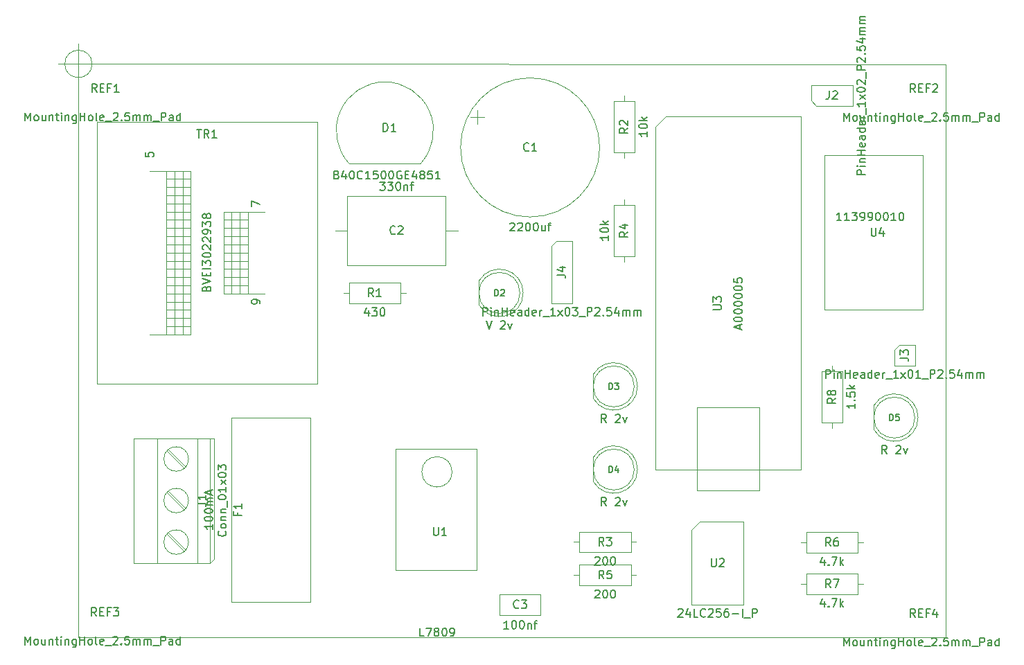
<source format=gbr>
%TF.GenerationSoftware,KiCad,Pcbnew,(5.1.8)-1*%
%TF.CreationDate,2021-03-14T10:01:35+01:00*%
%TF.ProjectId,Telerupteur_Emetteur_RF433_V2,54656c65-7275-4707-9465-75725f456d65,rev?*%
%TF.SameCoordinates,Original*%
%TF.FileFunction,Other,Fab,Top*%
%FSLAX46Y46*%
G04 Gerber Fmt 4.6, Leading zero omitted, Abs format (unit mm)*
G04 Created by KiCad (PCBNEW (5.1.8)-1) date 2021-03-14 10:01:35*
%MOMM*%
%LPD*%
G01*
G04 APERTURE LIST*
%TA.AperFunction,Profile*%
%ADD10C,0.050000*%
%TD*%
%TA.AperFunction,Profile*%
%ADD11C,0.100000*%
%TD*%
%ADD12C,0.100000*%
%ADD13C,0.120000*%
%ADD14C,0.150000*%
%ADD15C,0.200000*%
G04 APERTURE END LIST*
D10*
X50666666Y-49950000D02*
G75*
G03*
X50666666Y-49950000I-1666666J0D01*
G01*
X46500000Y-49950000D02*
X51500000Y-49950000D01*
X49000000Y-47450000D02*
X49000000Y-52450000D01*
D11*
X49000000Y-49950000D02*
X155000000Y-49975000D01*
D10*
X49000000Y-120000000D02*
X155000000Y-120000000D01*
X155000000Y-49975000D02*
X155000000Y-120000000D01*
D11*
X49000000Y-49950000D02*
X49000000Y-120000000D01*
D12*
%TO.C,C1*%
X112700000Y-60160000D02*
G75*
G03*
X112700000Y-60160000I-8500000J0D01*
G01*
X96893781Y-56432500D02*
X98593781Y-56432500D01*
X97743781Y-55582500D02*
X97743781Y-57282500D01*
%TO.C,C2*%
X93870000Y-74570000D02*
X93870000Y-66070000D01*
X93870000Y-66070000D02*
X81870000Y-66070000D01*
X81870000Y-66070000D02*
X81870000Y-74570000D01*
X81870000Y-74570000D02*
X93870000Y-74570000D01*
X95370000Y-70320000D02*
X93870000Y-70320000D01*
X80370000Y-70320000D02*
X81870000Y-70320000D01*
%TO.C,C3*%
X105470000Y-114790000D02*
X100470000Y-114790000D01*
X105470000Y-117290000D02*
X105470000Y-114790000D01*
X100470000Y-117290000D02*
X105470000Y-117290000D01*
X100470000Y-114790000D02*
X100470000Y-117290000D01*
%TO.C,D2*%
X97950000Y-76470306D02*
X97950000Y-79409694D01*
X102950000Y-77940000D02*
G75*
G03*
X102950000Y-77940000I-2500000J0D01*
G01*
X97949984Y-79409666D02*
G75*
G03*
X97950000Y-76470306I2500016J1469666D01*
G01*
%TO.C,D3*%
X116920000Y-89370000D02*
G75*
G03*
X116920000Y-89370000I-2500000J0D01*
G01*
X111920000Y-87900306D02*
X111920000Y-90839694D01*
X111919984Y-90839666D02*
G75*
G03*
X111920000Y-87900306I2500016J1469666D01*
G01*
%TO.C,D4*%
X111920000Y-98060306D02*
X111920000Y-100999694D01*
X116920000Y-99530000D02*
G75*
G03*
X116920000Y-99530000I-2500000J0D01*
G01*
X111919984Y-100999666D02*
G75*
G03*
X111920000Y-98060306I2500016J1469666D01*
G01*
%TO.C,D5*%
X151210000Y-93180000D02*
G75*
G03*
X151210000Y-93180000I-2500000J0D01*
G01*
X146210000Y-91710306D02*
X146210000Y-94649694D01*
X146209984Y-94649666D02*
G75*
G03*
X146210000Y-91710306I2500016J1469666D01*
G01*
%TO.C,F1*%
X77310000Y-93180000D02*
X67710000Y-93180000D01*
X67710000Y-93180000D02*
X67710000Y-115680000D01*
X67710000Y-115680000D02*
X77310000Y-115680000D01*
X77310000Y-115680000D02*
X77310000Y-93180000D01*
%TO.C,J2*%
X138550000Y-54445000D02*
X138550000Y-52540000D01*
X138550000Y-52540000D02*
X143630000Y-52540000D01*
X143630000Y-52540000D02*
X143630000Y-55080000D01*
X143630000Y-55080000D02*
X139185000Y-55080000D01*
X139185000Y-55080000D02*
X138550000Y-54445000D01*
%TO.C,J3*%
X148710000Y-84925000D02*
X149345000Y-84290000D01*
X148710000Y-86830000D02*
X148710000Y-84925000D01*
X151250000Y-86830000D02*
X148710000Y-86830000D01*
X151250000Y-84290000D02*
X151250000Y-86830000D01*
X149345000Y-84290000D02*
X151250000Y-84290000D01*
%TO.C,J4*%
X107435000Y-71590000D02*
X109340000Y-71590000D01*
X109340000Y-71590000D02*
X109340000Y-79210000D01*
X109340000Y-79210000D02*
X106800000Y-79210000D01*
X106800000Y-79210000D02*
X106800000Y-72225000D01*
X106800000Y-72225000D02*
X107435000Y-71590000D01*
%TO.C,R1*%
X82060000Y-76690000D02*
X82060000Y-79190000D01*
X82060000Y-79190000D02*
X88360000Y-79190000D01*
X88360000Y-79190000D02*
X88360000Y-76690000D01*
X88360000Y-76690000D02*
X82060000Y-76690000D01*
X81400000Y-77940000D02*
X82060000Y-77940000D01*
X89020000Y-77940000D02*
X88360000Y-77940000D01*
%TO.C,R2*%
X115690000Y-53810000D02*
X115690000Y-54470000D01*
X115690000Y-61430000D02*
X115690000Y-60770000D01*
X114440000Y-54470000D02*
X114440000Y-60770000D01*
X116940000Y-54470000D02*
X114440000Y-54470000D01*
X116940000Y-60770000D02*
X116940000Y-54470000D01*
X114440000Y-60770000D02*
X116940000Y-60770000D01*
%TO.C,R3*%
X110220000Y-107125000D02*
X110220000Y-109625000D01*
X110220000Y-109625000D02*
X116520000Y-109625000D01*
X116520000Y-109625000D02*
X116520000Y-107125000D01*
X116520000Y-107125000D02*
X110220000Y-107125000D01*
X109560000Y-108375000D02*
X110220000Y-108375000D01*
X117180000Y-108375000D02*
X116520000Y-108375000D01*
%TO.C,R4*%
X115690000Y-74130000D02*
X115690000Y-73470000D01*
X115690000Y-66510000D02*
X115690000Y-67170000D01*
X116940000Y-73470000D02*
X116940000Y-67170000D01*
X114440000Y-73470000D02*
X116940000Y-73470000D01*
X114440000Y-67170000D02*
X114440000Y-73470000D01*
X116940000Y-67170000D02*
X114440000Y-67170000D01*
%TO.C,R5*%
X110220000Y-111175000D02*
X110220000Y-113675000D01*
X110220000Y-113675000D02*
X116520000Y-113675000D01*
X116520000Y-113675000D02*
X116520000Y-111175000D01*
X116520000Y-111175000D02*
X110220000Y-111175000D01*
X109560000Y-112425000D02*
X110220000Y-112425000D01*
X117180000Y-112425000D02*
X116520000Y-112425000D01*
%TO.C,R6*%
X137940000Y-107170000D02*
X137940000Y-109670000D01*
X137940000Y-109670000D02*
X144240000Y-109670000D01*
X144240000Y-109670000D02*
X144240000Y-107170000D01*
X144240000Y-107170000D02*
X137940000Y-107170000D01*
X137280000Y-108420000D02*
X137940000Y-108420000D01*
X144900000Y-108420000D02*
X144240000Y-108420000D01*
%TO.C,R7*%
X144900000Y-113500000D02*
X144240000Y-113500000D01*
X137280000Y-113500000D02*
X137940000Y-113500000D01*
X144240000Y-112250000D02*
X137940000Y-112250000D01*
X144240000Y-114750000D02*
X144240000Y-112250000D01*
X137940000Y-114750000D02*
X144240000Y-114750000D01*
X137940000Y-112250000D02*
X137940000Y-114750000D01*
%TO.C,R8*%
X141090000Y-86830000D02*
X141090000Y-87490000D01*
X141090000Y-94450000D02*
X141090000Y-93790000D01*
X139840000Y-87490000D02*
X139840000Y-93790000D01*
X142340000Y-87490000D02*
X139840000Y-87490000D01*
X142340000Y-93790000D02*
X142340000Y-87490000D01*
X139840000Y-93790000D02*
X142340000Y-93790000D01*
%TO.C,TR1*%
X66730000Y-77020000D02*
X69730000Y-77020000D01*
X69730000Y-76020000D02*
X66730000Y-76020000D01*
X66730000Y-75020000D02*
X69730000Y-75020000D01*
X69730000Y-74020000D02*
X66730000Y-74020000D01*
X66730000Y-73020000D02*
X69730000Y-73020000D01*
X69730000Y-72020000D02*
X66730000Y-72020000D01*
X66730000Y-71020000D02*
X69730000Y-71020000D01*
X69730000Y-70020000D02*
X66730000Y-70020000D01*
X66730000Y-69020000D02*
X69730000Y-69020000D01*
X67730000Y-68020000D02*
X66730000Y-68020000D01*
X66730000Y-68020000D02*
X66730000Y-78020000D01*
X66730000Y-78020000D02*
X67730000Y-78020000D01*
X68730000Y-68020000D02*
X67730000Y-68020000D01*
X67730000Y-68020000D02*
X67730000Y-78020000D01*
X67730000Y-78020000D02*
X68730000Y-78020000D01*
X69730000Y-68020000D02*
X68730000Y-68020000D01*
X68730000Y-68020000D02*
X68730000Y-78020000D01*
X68730000Y-78020000D02*
X69730000Y-78020000D01*
X71730000Y-68020000D02*
X69730000Y-68020000D01*
X69730000Y-68020000D02*
X69730000Y-78020000D01*
X69730000Y-78020000D02*
X71730000Y-78020000D01*
X59730000Y-82020000D02*
X62730000Y-82020000D01*
X62730000Y-81020000D02*
X59730000Y-81020000D01*
X59730000Y-80020000D02*
X62730000Y-80020000D01*
X62730000Y-79020000D02*
X59730000Y-79020000D01*
X59730000Y-78020000D02*
X62730000Y-78020000D01*
X62730000Y-77020000D02*
X59730000Y-77020000D01*
X59730000Y-76020000D02*
X62730000Y-76020000D01*
X62730000Y-75020000D02*
X59730000Y-75020000D01*
X59730000Y-74020000D02*
X62730000Y-74020000D01*
X62730000Y-73020000D02*
X59730000Y-73020000D01*
X59730000Y-72020000D02*
X62730000Y-72020000D01*
X62730000Y-71020000D02*
X59730000Y-71020000D01*
X59730000Y-70020000D02*
X62730000Y-70020000D01*
X62730000Y-69020000D02*
X59730000Y-69020000D01*
X59730000Y-68020000D02*
X62730000Y-68020000D01*
X62730000Y-67020000D02*
X59730000Y-67020000D01*
X59730000Y-66020000D02*
X62730000Y-66020000D01*
X62730000Y-65020000D02*
X59730000Y-65020000D01*
X59730000Y-64020000D02*
X62730000Y-64020000D01*
X61730000Y-63020000D02*
X62730000Y-63020000D01*
X62730000Y-63020000D02*
X62730000Y-83020000D01*
X62730000Y-83020000D02*
X61730000Y-83020000D01*
X60730000Y-63020000D02*
X61730000Y-63020000D01*
X61730000Y-63020000D02*
X61730000Y-83020000D01*
X61730000Y-83020000D02*
X60730000Y-83020000D01*
X59730000Y-63020000D02*
X60730000Y-63020000D01*
X60730000Y-63020000D02*
X60730000Y-83020000D01*
X60730000Y-83020000D02*
X59730000Y-83020000D01*
X57730000Y-63020000D02*
X59730000Y-63020000D01*
X59730000Y-63020000D02*
X59730000Y-83020000D01*
X59730000Y-83020000D02*
X57730000Y-83020000D01*
X51230000Y-89020000D02*
X78230000Y-89020000D01*
X78230000Y-89020000D02*
X78230000Y-57020000D01*
X78230000Y-57020000D02*
X51230000Y-57020000D01*
X51230000Y-57020000D02*
X51230000Y-89020000D01*
D13*
%TO.C,U1*%
X97665000Y-97040000D02*
X97665000Y-111815000D01*
X87765000Y-97040000D02*
X87765000Y-111815000D01*
X87765000Y-97040000D02*
X97665000Y-97040000D01*
X87765000Y-111815000D02*
X97665000Y-111815000D01*
D12*
X94665000Y-99815000D02*
G75*
G03*
X94665000Y-99815000I-1850000J0D01*
G01*
%TO.C,U2*%
X123945000Y-106880000D02*
X124945000Y-105880000D01*
X123945000Y-116040000D02*
X123945000Y-106880000D01*
X130295000Y-116040000D02*
X123945000Y-116040000D01*
X130295000Y-105880000D02*
X130295000Y-116040000D01*
X124945000Y-105880000D02*
X130295000Y-105880000D01*
%TO.C,U3*%
X137280000Y-56350000D02*
X137280000Y-99530000D01*
X120770000Y-56350000D02*
X137280000Y-56350000D01*
X119500000Y-57620000D02*
X120770000Y-56350000D01*
X119500000Y-99530000D02*
X119500000Y-57620000D01*
X137280000Y-99530000D02*
X119500000Y-99530000D01*
X124580000Y-102070000D02*
X124580000Y-91910000D01*
X132200000Y-102070000D02*
X124580000Y-102070000D01*
X132200000Y-91910000D02*
X132200000Y-102070000D01*
X124580000Y-91910000D02*
X132200000Y-91910000D01*
D13*
%TO.C,U4*%
X152110000Y-79990000D02*
X140210000Y-79990000D01*
X152210000Y-61090000D02*
X152210000Y-79990000D01*
X152110000Y-61090000D02*
X140210000Y-61090000D01*
X140210000Y-61190000D02*
X140210000Y-79990000D01*
D12*
%TO.C,J1*%
X59812000Y-97285000D02*
X61905000Y-99377000D01*
X59995000Y-97102000D02*
X62088000Y-99194000D01*
X59812000Y-102365000D02*
X61905000Y-104457000D01*
X59995000Y-102182000D02*
X62088000Y-104274000D01*
X59812000Y-107445000D02*
X61905000Y-109538000D01*
X59995000Y-107262000D02*
X62088000Y-109355000D01*
X58650000Y-110940000D02*
X58650000Y-95700000D01*
X63550000Y-110940000D02*
X63550000Y-95700000D01*
X65050000Y-110940000D02*
X65050000Y-95700000D01*
X65050000Y-110940000D02*
X55750000Y-110940000D01*
X65550000Y-110440000D02*
X65050000Y-110940000D01*
X65550000Y-95700000D02*
X65550000Y-110440000D01*
X55750000Y-95700000D02*
X65550000Y-95700000D01*
X55750000Y-110940000D02*
X55750000Y-95700000D01*
X62450000Y-98240000D02*
G75*
G03*
X62450000Y-98240000I-1500000J0D01*
G01*
X62450000Y-103320000D02*
G75*
G03*
X62450000Y-103320000I-1500000J0D01*
G01*
X62450000Y-108400000D02*
G75*
G03*
X62450000Y-108400000I-1500000J0D01*
G01*
D13*
%TO.C,D1*%
X82050000Y-62100000D02*
X90850000Y-62100000D01*
X82050000Y-62100000D02*
G75*
G02*
X90850000Y-62100000I4400000J4000000D01*
G01*
%TD*%
%TO.C,REF4*%
D14*
X142548809Y-121077380D02*
X142548809Y-120077380D01*
X142882142Y-120791666D01*
X143215476Y-120077380D01*
X143215476Y-121077380D01*
X143834523Y-121077380D02*
X143739285Y-121029761D01*
X143691666Y-120982142D01*
X143644047Y-120886904D01*
X143644047Y-120601190D01*
X143691666Y-120505952D01*
X143739285Y-120458333D01*
X143834523Y-120410714D01*
X143977380Y-120410714D01*
X144072619Y-120458333D01*
X144120238Y-120505952D01*
X144167857Y-120601190D01*
X144167857Y-120886904D01*
X144120238Y-120982142D01*
X144072619Y-121029761D01*
X143977380Y-121077380D01*
X143834523Y-121077380D01*
X145025000Y-120410714D02*
X145025000Y-121077380D01*
X144596428Y-120410714D02*
X144596428Y-120934523D01*
X144644047Y-121029761D01*
X144739285Y-121077380D01*
X144882142Y-121077380D01*
X144977380Y-121029761D01*
X145025000Y-120982142D01*
X145501190Y-120410714D02*
X145501190Y-121077380D01*
X145501190Y-120505952D02*
X145548809Y-120458333D01*
X145644047Y-120410714D01*
X145786904Y-120410714D01*
X145882142Y-120458333D01*
X145929761Y-120553571D01*
X145929761Y-121077380D01*
X146263095Y-120410714D02*
X146644047Y-120410714D01*
X146405952Y-120077380D02*
X146405952Y-120934523D01*
X146453571Y-121029761D01*
X146548809Y-121077380D01*
X146644047Y-121077380D01*
X146977380Y-121077380D02*
X146977380Y-120410714D01*
X146977380Y-120077380D02*
X146929761Y-120125000D01*
X146977380Y-120172619D01*
X147025000Y-120125000D01*
X146977380Y-120077380D01*
X146977380Y-120172619D01*
X147453571Y-120410714D02*
X147453571Y-121077380D01*
X147453571Y-120505952D02*
X147501190Y-120458333D01*
X147596428Y-120410714D01*
X147739285Y-120410714D01*
X147834523Y-120458333D01*
X147882142Y-120553571D01*
X147882142Y-121077380D01*
X148786904Y-120410714D02*
X148786904Y-121220238D01*
X148739285Y-121315476D01*
X148691666Y-121363095D01*
X148596428Y-121410714D01*
X148453571Y-121410714D01*
X148358333Y-121363095D01*
X148786904Y-121029761D02*
X148691666Y-121077380D01*
X148501190Y-121077380D01*
X148405952Y-121029761D01*
X148358333Y-120982142D01*
X148310714Y-120886904D01*
X148310714Y-120601190D01*
X148358333Y-120505952D01*
X148405952Y-120458333D01*
X148501190Y-120410714D01*
X148691666Y-120410714D01*
X148786904Y-120458333D01*
X149263095Y-121077380D02*
X149263095Y-120077380D01*
X149263095Y-120553571D02*
X149834523Y-120553571D01*
X149834523Y-121077380D02*
X149834523Y-120077380D01*
X150453571Y-121077380D02*
X150358333Y-121029761D01*
X150310714Y-120982142D01*
X150263095Y-120886904D01*
X150263095Y-120601190D01*
X150310714Y-120505952D01*
X150358333Y-120458333D01*
X150453571Y-120410714D01*
X150596428Y-120410714D01*
X150691666Y-120458333D01*
X150739285Y-120505952D01*
X150786904Y-120601190D01*
X150786904Y-120886904D01*
X150739285Y-120982142D01*
X150691666Y-121029761D01*
X150596428Y-121077380D01*
X150453571Y-121077380D01*
X151358333Y-121077380D02*
X151263095Y-121029761D01*
X151215476Y-120934523D01*
X151215476Y-120077380D01*
X152120238Y-121029761D02*
X152025000Y-121077380D01*
X151834523Y-121077380D01*
X151739285Y-121029761D01*
X151691666Y-120934523D01*
X151691666Y-120553571D01*
X151739285Y-120458333D01*
X151834523Y-120410714D01*
X152025000Y-120410714D01*
X152120238Y-120458333D01*
X152167857Y-120553571D01*
X152167857Y-120648809D01*
X151691666Y-120744047D01*
X152358333Y-121172619D02*
X153120238Y-121172619D01*
X153310714Y-120172619D02*
X153358333Y-120125000D01*
X153453571Y-120077380D01*
X153691666Y-120077380D01*
X153786904Y-120125000D01*
X153834523Y-120172619D01*
X153882142Y-120267857D01*
X153882142Y-120363095D01*
X153834523Y-120505952D01*
X153263095Y-121077380D01*
X153882142Y-121077380D01*
X154310714Y-120982142D02*
X154358333Y-121029761D01*
X154310714Y-121077380D01*
X154263095Y-121029761D01*
X154310714Y-120982142D01*
X154310714Y-121077380D01*
X155263095Y-120077380D02*
X154786904Y-120077380D01*
X154739285Y-120553571D01*
X154786904Y-120505952D01*
X154882142Y-120458333D01*
X155120238Y-120458333D01*
X155215476Y-120505952D01*
X155263095Y-120553571D01*
X155310714Y-120648809D01*
X155310714Y-120886904D01*
X155263095Y-120982142D01*
X155215476Y-121029761D01*
X155120238Y-121077380D01*
X154882142Y-121077380D01*
X154786904Y-121029761D01*
X154739285Y-120982142D01*
X155739285Y-121077380D02*
X155739285Y-120410714D01*
X155739285Y-120505952D02*
X155786904Y-120458333D01*
X155882142Y-120410714D01*
X156025000Y-120410714D01*
X156120238Y-120458333D01*
X156167857Y-120553571D01*
X156167857Y-121077380D01*
X156167857Y-120553571D02*
X156215476Y-120458333D01*
X156310714Y-120410714D01*
X156453571Y-120410714D01*
X156548809Y-120458333D01*
X156596428Y-120553571D01*
X156596428Y-121077380D01*
X157072619Y-121077380D02*
X157072619Y-120410714D01*
X157072619Y-120505952D02*
X157120238Y-120458333D01*
X157215476Y-120410714D01*
X157358333Y-120410714D01*
X157453571Y-120458333D01*
X157501190Y-120553571D01*
X157501190Y-121077380D01*
X157501190Y-120553571D02*
X157548809Y-120458333D01*
X157644047Y-120410714D01*
X157786904Y-120410714D01*
X157882142Y-120458333D01*
X157929761Y-120553571D01*
X157929761Y-121077380D01*
X158167857Y-121172619D02*
X158929761Y-121172619D01*
X159167857Y-121077380D02*
X159167857Y-120077380D01*
X159548809Y-120077380D01*
X159644047Y-120125000D01*
X159691666Y-120172619D01*
X159739285Y-120267857D01*
X159739285Y-120410714D01*
X159691666Y-120505952D01*
X159644047Y-120553571D01*
X159548809Y-120601190D01*
X159167857Y-120601190D01*
X160596428Y-121077380D02*
X160596428Y-120553571D01*
X160548809Y-120458333D01*
X160453571Y-120410714D01*
X160263095Y-120410714D01*
X160167857Y-120458333D01*
X160596428Y-121029761D02*
X160501190Y-121077380D01*
X160263095Y-121077380D01*
X160167857Y-121029761D01*
X160120238Y-120934523D01*
X160120238Y-120839285D01*
X160167857Y-120744047D01*
X160263095Y-120696428D01*
X160501190Y-120696428D01*
X160596428Y-120648809D01*
X161501190Y-121077380D02*
X161501190Y-120077380D01*
X161501190Y-121029761D02*
X161405952Y-121077380D01*
X161215476Y-121077380D01*
X161120238Y-121029761D01*
X161072619Y-120982142D01*
X161025000Y-120886904D01*
X161025000Y-120601190D01*
X161072619Y-120505952D01*
X161120238Y-120458333D01*
X161215476Y-120410714D01*
X161405952Y-120410714D01*
X161501190Y-120458333D01*
X151277380Y-117577380D02*
X150944047Y-117101190D01*
X150705952Y-117577380D02*
X150705952Y-116577380D01*
X151086904Y-116577380D01*
X151182142Y-116625000D01*
X151229761Y-116672619D01*
X151277380Y-116767857D01*
X151277380Y-116910714D01*
X151229761Y-117005952D01*
X151182142Y-117053571D01*
X151086904Y-117101190D01*
X150705952Y-117101190D01*
X151705952Y-117053571D02*
X152039285Y-117053571D01*
X152182142Y-117577380D02*
X151705952Y-117577380D01*
X151705952Y-116577380D01*
X152182142Y-116577380D01*
X152944047Y-117053571D02*
X152610714Y-117053571D01*
X152610714Y-117577380D02*
X152610714Y-116577380D01*
X153086904Y-116577380D01*
X153896428Y-116910714D02*
X153896428Y-117577380D01*
X153658333Y-116529761D02*
X153420238Y-117244047D01*
X154039285Y-117244047D01*
%TO.C,REF2*%
X142548809Y-56917380D02*
X142548809Y-55917380D01*
X142882142Y-56631666D01*
X143215476Y-55917380D01*
X143215476Y-56917380D01*
X143834523Y-56917380D02*
X143739285Y-56869761D01*
X143691666Y-56822142D01*
X143644047Y-56726904D01*
X143644047Y-56441190D01*
X143691666Y-56345952D01*
X143739285Y-56298333D01*
X143834523Y-56250714D01*
X143977380Y-56250714D01*
X144072619Y-56298333D01*
X144120238Y-56345952D01*
X144167857Y-56441190D01*
X144167857Y-56726904D01*
X144120238Y-56822142D01*
X144072619Y-56869761D01*
X143977380Y-56917380D01*
X143834523Y-56917380D01*
X145025000Y-56250714D02*
X145025000Y-56917380D01*
X144596428Y-56250714D02*
X144596428Y-56774523D01*
X144644047Y-56869761D01*
X144739285Y-56917380D01*
X144882142Y-56917380D01*
X144977380Y-56869761D01*
X145025000Y-56822142D01*
X145501190Y-56250714D02*
X145501190Y-56917380D01*
X145501190Y-56345952D02*
X145548809Y-56298333D01*
X145644047Y-56250714D01*
X145786904Y-56250714D01*
X145882142Y-56298333D01*
X145929761Y-56393571D01*
X145929761Y-56917380D01*
X146263095Y-56250714D02*
X146644047Y-56250714D01*
X146405952Y-55917380D02*
X146405952Y-56774523D01*
X146453571Y-56869761D01*
X146548809Y-56917380D01*
X146644047Y-56917380D01*
X146977380Y-56917380D02*
X146977380Y-56250714D01*
X146977380Y-55917380D02*
X146929761Y-55965000D01*
X146977380Y-56012619D01*
X147025000Y-55965000D01*
X146977380Y-55917380D01*
X146977380Y-56012619D01*
X147453571Y-56250714D02*
X147453571Y-56917380D01*
X147453571Y-56345952D02*
X147501190Y-56298333D01*
X147596428Y-56250714D01*
X147739285Y-56250714D01*
X147834523Y-56298333D01*
X147882142Y-56393571D01*
X147882142Y-56917380D01*
X148786904Y-56250714D02*
X148786904Y-57060238D01*
X148739285Y-57155476D01*
X148691666Y-57203095D01*
X148596428Y-57250714D01*
X148453571Y-57250714D01*
X148358333Y-57203095D01*
X148786904Y-56869761D02*
X148691666Y-56917380D01*
X148501190Y-56917380D01*
X148405952Y-56869761D01*
X148358333Y-56822142D01*
X148310714Y-56726904D01*
X148310714Y-56441190D01*
X148358333Y-56345952D01*
X148405952Y-56298333D01*
X148501190Y-56250714D01*
X148691666Y-56250714D01*
X148786904Y-56298333D01*
X149263095Y-56917380D02*
X149263095Y-55917380D01*
X149263095Y-56393571D02*
X149834523Y-56393571D01*
X149834523Y-56917380D02*
X149834523Y-55917380D01*
X150453571Y-56917380D02*
X150358333Y-56869761D01*
X150310714Y-56822142D01*
X150263095Y-56726904D01*
X150263095Y-56441190D01*
X150310714Y-56345952D01*
X150358333Y-56298333D01*
X150453571Y-56250714D01*
X150596428Y-56250714D01*
X150691666Y-56298333D01*
X150739285Y-56345952D01*
X150786904Y-56441190D01*
X150786904Y-56726904D01*
X150739285Y-56822142D01*
X150691666Y-56869761D01*
X150596428Y-56917380D01*
X150453571Y-56917380D01*
X151358333Y-56917380D02*
X151263095Y-56869761D01*
X151215476Y-56774523D01*
X151215476Y-55917380D01*
X152120238Y-56869761D02*
X152025000Y-56917380D01*
X151834523Y-56917380D01*
X151739285Y-56869761D01*
X151691666Y-56774523D01*
X151691666Y-56393571D01*
X151739285Y-56298333D01*
X151834523Y-56250714D01*
X152025000Y-56250714D01*
X152120238Y-56298333D01*
X152167857Y-56393571D01*
X152167857Y-56488809D01*
X151691666Y-56584047D01*
X152358333Y-57012619D02*
X153120238Y-57012619D01*
X153310714Y-56012619D02*
X153358333Y-55965000D01*
X153453571Y-55917380D01*
X153691666Y-55917380D01*
X153786904Y-55965000D01*
X153834523Y-56012619D01*
X153882142Y-56107857D01*
X153882142Y-56203095D01*
X153834523Y-56345952D01*
X153263095Y-56917380D01*
X153882142Y-56917380D01*
X154310714Y-56822142D02*
X154358333Y-56869761D01*
X154310714Y-56917380D01*
X154263095Y-56869761D01*
X154310714Y-56822142D01*
X154310714Y-56917380D01*
X155263095Y-55917380D02*
X154786904Y-55917380D01*
X154739285Y-56393571D01*
X154786904Y-56345952D01*
X154882142Y-56298333D01*
X155120238Y-56298333D01*
X155215476Y-56345952D01*
X155263095Y-56393571D01*
X155310714Y-56488809D01*
X155310714Y-56726904D01*
X155263095Y-56822142D01*
X155215476Y-56869761D01*
X155120238Y-56917380D01*
X154882142Y-56917380D01*
X154786904Y-56869761D01*
X154739285Y-56822142D01*
X155739285Y-56917380D02*
X155739285Y-56250714D01*
X155739285Y-56345952D02*
X155786904Y-56298333D01*
X155882142Y-56250714D01*
X156025000Y-56250714D01*
X156120238Y-56298333D01*
X156167857Y-56393571D01*
X156167857Y-56917380D01*
X156167857Y-56393571D02*
X156215476Y-56298333D01*
X156310714Y-56250714D01*
X156453571Y-56250714D01*
X156548809Y-56298333D01*
X156596428Y-56393571D01*
X156596428Y-56917380D01*
X157072619Y-56917380D02*
X157072619Y-56250714D01*
X157072619Y-56345952D02*
X157120238Y-56298333D01*
X157215476Y-56250714D01*
X157358333Y-56250714D01*
X157453571Y-56298333D01*
X157501190Y-56393571D01*
X157501190Y-56917380D01*
X157501190Y-56393571D02*
X157548809Y-56298333D01*
X157644047Y-56250714D01*
X157786904Y-56250714D01*
X157882142Y-56298333D01*
X157929761Y-56393571D01*
X157929761Y-56917380D01*
X158167857Y-57012619D02*
X158929761Y-57012619D01*
X159167857Y-56917380D02*
X159167857Y-55917380D01*
X159548809Y-55917380D01*
X159644047Y-55965000D01*
X159691666Y-56012619D01*
X159739285Y-56107857D01*
X159739285Y-56250714D01*
X159691666Y-56345952D01*
X159644047Y-56393571D01*
X159548809Y-56441190D01*
X159167857Y-56441190D01*
X160596428Y-56917380D02*
X160596428Y-56393571D01*
X160548809Y-56298333D01*
X160453571Y-56250714D01*
X160263095Y-56250714D01*
X160167857Y-56298333D01*
X160596428Y-56869761D02*
X160501190Y-56917380D01*
X160263095Y-56917380D01*
X160167857Y-56869761D01*
X160120238Y-56774523D01*
X160120238Y-56679285D01*
X160167857Y-56584047D01*
X160263095Y-56536428D01*
X160501190Y-56536428D01*
X160596428Y-56488809D01*
X161501190Y-56917380D02*
X161501190Y-55917380D01*
X161501190Y-56869761D02*
X161405952Y-56917380D01*
X161215476Y-56917380D01*
X161120238Y-56869761D01*
X161072619Y-56822142D01*
X161025000Y-56726904D01*
X161025000Y-56441190D01*
X161072619Y-56345952D01*
X161120238Y-56298333D01*
X161215476Y-56250714D01*
X161405952Y-56250714D01*
X161501190Y-56298333D01*
X151277380Y-53417380D02*
X150944047Y-52941190D01*
X150705952Y-53417380D02*
X150705952Y-52417380D01*
X151086904Y-52417380D01*
X151182142Y-52465000D01*
X151229761Y-52512619D01*
X151277380Y-52607857D01*
X151277380Y-52750714D01*
X151229761Y-52845952D01*
X151182142Y-52893571D01*
X151086904Y-52941190D01*
X150705952Y-52941190D01*
X151705952Y-52893571D02*
X152039285Y-52893571D01*
X152182142Y-53417380D02*
X151705952Y-53417380D01*
X151705952Y-52417380D01*
X152182142Y-52417380D01*
X152944047Y-52893571D02*
X152610714Y-52893571D01*
X152610714Y-53417380D02*
X152610714Y-52417380D01*
X153086904Y-52417380D01*
X153420238Y-52512619D02*
X153467857Y-52465000D01*
X153563095Y-52417380D01*
X153801190Y-52417380D01*
X153896428Y-52465000D01*
X153944047Y-52512619D01*
X153991666Y-52607857D01*
X153991666Y-52703095D01*
X153944047Y-52845952D01*
X153372619Y-53417380D01*
X153991666Y-53417380D01*
%TO.C,REF3*%
X42473809Y-120927380D02*
X42473809Y-119927380D01*
X42807142Y-120641666D01*
X43140476Y-119927380D01*
X43140476Y-120927380D01*
X43759523Y-120927380D02*
X43664285Y-120879761D01*
X43616666Y-120832142D01*
X43569047Y-120736904D01*
X43569047Y-120451190D01*
X43616666Y-120355952D01*
X43664285Y-120308333D01*
X43759523Y-120260714D01*
X43902380Y-120260714D01*
X43997619Y-120308333D01*
X44045238Y-120355952D01*
X44092857Y-120451190D01*
X44092857Y-120736904D01*
X44045238Y-120832142D01*
X43997619Y-120879761D01*
X43902380Y-120927380D01*
X43759523Y-120927380D01*
X44950000Y-120260714D02*
X44950000Y-120927380D01*
X44521428Y-120260714D02*
X44521428Y-120784523D01*
X44569047Y-120879761D01*
X44664285Y-120927380D01*
X44807142Y-120927380D01*
X44902380Y-120879761D01*
X44950000Y-120832142D01*
X45426190Y-120260714D02*
X45426190Y-120927380D01*
X45426190Y-120355952D02*
X45473809Y-120308333D01*
X45569047Y-120260714D01*
X45711904Y-120260714D01*
X45807142Y-120308333D01*
X45854761Y-120403571D01*
X45854761Y-120927380D01*
X46188095Y-120260714D02*
X46569047Y-120260714D01*
X46330952Y-119927380D02*
X46330952Y-120784523D01*
X46378571Y-120879761D01*
X46473809Y-120927380D01*
X46569047Y-120927380D01*
X46902380Y-120927380D02*
X46902380Y-120260714D01*
X46902380Y-119927380D02*
X46854761Y-119975000D01*
X46902380Y-120022619D01*
X46950000Y-119975000D01*
X46902380Y-119927380D01*
X46902380Y-120022619D01*
X47378571Y-120260714D02*
X47378571Y-120927380D01*
X47378571Y-120355952D02*
X47426190Y-120308333D01*
X47521428Y-120260714D01*
X47664285Y-120260714D01*
X47759523Y-120308333D01*
X47807142Y-120403571D01*
X47807142Y-120927380D01*
X48711904Y-120260714D02*
X48711904Y-121070238D01*
X48664285Y-121165476D01*
X48616666Y-121213095D01*
X48521428Y-121260714D01*
X48378571Y-121260714D01*
X48283333Y-121213095D01*
X48711904Y-120879761D02*
X48616666Y-120927380D01*
X48426190Y-120927380D01*
X48330952Y-120879761D01*
X48283333Y-120832142D01*
X48235714Y-120736904D01*
X48235714Y-120451190D01*
X48283333Y-120355952D01*
X48330952Y-120308333D01*
X48426190Y-120260714D01*
X48616666Y-120260714D01*
X48711904Y-120308333D01*
X49188095Y-120927380D02*
X49188095Y-119927380D01*
X49188095Y-120403571D02*
X49759523Y-120403571D01*
X49759523Y-120927380D02*
X49759523Y-119927380D01*
X50378571Y-120927380D02*
X50283333Y-120879761D01*
X50235714Y-120832142D01*
X50188095Y-120736904D01*
X50188095Y-120451190D01*
X50235714Y-120355952D01*
X50283333Y-120308333D01*
X50378571Y-120260714D01*
X50521428Y-120260714D01*
X50616666Y-120308333D01*
X50664285Y-120355952D01*
X50711904Y-120451190D01*
X50711904Y-120736904D01*
X50664285Y-120832142D01*
X50616666Y-120879761D01*
X50521428Y-120927380D01*
X50378571Y-120927380D01*
X51283333Y-120927380D02*
X51188095Y-120879761D01*
X51140476Y-120784523D01*
X51140476Y-119927380D01*
X52045238Y-120879761D02*
X51950000Y-120927380D01*
X51759523Y-120927380D01*
X51664285Y-120879761D01*
X51616666Y-120784523D01*
X51616666Y-120403571D01*
X51664285Y-120308333D01*
X51759523Y-120260714D01*
X51950000Y-120260714D01*
X52045238Y-120308333D01*
X52092857Y-120403571D01*
X52092857Y-120498809D01*
X51616666Y-120594047D01*
X52283333Y-121022619D02*
X53045238Y-121022619D01*
X53235714Y-120022619D02*
X53283333Y-119975000D01*
X53378571Y-119927380D01*
X53616666Y-119927380D01*
X53711904Y-119975000D01*
X53759523Y-120022619D01*
X53807142Y-120117857D01*
X53807142Y-120213095D01*
X53759523Y-120355952D01*
X53188095Y-120927380D01*
X53807142Y-120927380D01*
X54235714Y-120832142D02*
X54283333Y-120879761D01*
X54235714Y-120927380D01*
X54188095Y-120879761D01*
X54235714Y-120832142D01*
X54235714Y-120927380D01*
X55188095Y-119927380D02*
X54711904Y-119927380D01*
X54664285Y-120403571D01*
X54711904Y-120355952D01*
X54807142Y-120308333D01*
X55045238Y-120308333D01*
X55140476Y-120355952D01*
X55188095Y-120403571D01*
X55235714Y-120498809D01*
X55235714Y-120736904D01*
X55188095Y-120832142D01*
X55140476Y-120879761D01*
X55045238Y-120927380D01*
X54807142Y-120927380D01*
X54711904Y-120879761D01*
X54664285Y-120832142D01*
X55664285Y-120927380D02*
X55664285Y-120260714D01*
X55664285Y-120355952D02*
X55711904Y-120308333D01*
X55807142Y-120260714D01*
X55949999Y-120260714D01*
X56045238Y-120308333D01*
X56092857Y-120403571D01*
X56092857Y-120927380D01*
X56092857Y-120403571D02*
X56140476Y-120308333D01*
X56235714Y-120260714D01*
X56378571Y-120260714D01*
X56473809Y-120308333D01*
X56521428Y-120403571D01*
X56521428Y-120927380D01*
X56997619Y-120927380D02*
X56997619Y-120260714D01*
X56997619Y-120355952D02*
X57045238Y-120308333D01*
X57140476Y-120260714D01*
X57283333Y-120260714D01*
X57378571Y-120308333D01*
X57426190Y-120403571D01*
X57426190Y-120927380D01*
X57426190Y-120403571D02*
X57473809Y-120308333D01*
X57569047Y-120260714D01*
X57711904Y-120260714D01*
X57807142Y-120308333D01*
X57854761Y-120403571D01*
X57854761Y-120927380D01*
X58092857Y-121022619D02*
X58854761Y-121022619D01*
X59092857Y-120927380D02*
X59092857Y-119927380D01*
X59473809Y-119927380D01*
X59569047Y-119975000D01*
X59616666Y-120022619D01*
X59664285Y-120117857D01*
X59664285Y-120260714D01*
X59616666Y-120355952D01*
X59569047Y-120403571D01*
X59473809Y-120451190D01*
X59092857Y-120451190D01*
X60521428Y-120927380D02*
X60521428Y-120403571D01*
X60473809Y-120308333D01*
X60378571Y-120260714D01*
X60188095Y-120260714D01*
X60092857Y-120308333D01*
X60521428Y-120879761D02*
X60426190Y-120927380D01*
X60188095Y-120927380D01*
X60092857Y-120879761D01*
X60045238Y-120784523D01*
X60045238Y-120689285D01*
X60092857Y-120594047D01*
X60188095Y-120546428D01*
X60426190Y-120546428D01*
X60521428Y-120498809D01*
X61426190Y-120927380D02*
X61426190Y-119927380D01*
X61426190Y-120879761D02*
X61330952Y-120927380D01*
X61140476Y-120927380D01*
X61045238Y-120879761D01*
X60997619Y-120832142D01*
X60949999Y-120736904D01*
X60949999Y-120451190D01*
X60997619Y-120355952D01*
X61045238Y-120308333D01*
X61140476Y-120260714D01*
X61330952Y-120260714D01*
X61426190Y-120308333D01*
X51202380Y-117427380D02*
X50869047Y-116951190D01*
X50630952Y-117427380D02*
X50630952Y-116427380D01*
X51011904Y-116427380D01*
X51107142Y-116475000D01*
X51154761Y-116522619D01*
X51202380Y-116617857D01*
X51202380Y-116760714D01*
X51154761Y-116855952D01*
X51107142Y-116903571D01*
X51011904Y-116951190D01*
X50630952Y-116951190D01*
X51630952Y-116903571D02*
X51964285Y-116903571D01*
X52107142Y-117427380D02*
X51630952Y-117427380D01*
X51630952Y-116427380D01*
X52107142Y-116427380D01*
X52869047Y-116903571D02*
X52535714Y-116903571D01*
X52535714Y-117427380D02*
X52535714Y-116427380D01*
X53011904Y-116427380D01*
X53297619Y-116427380D02*
X53916666Y-116427380D01*
X53583333Y-116808333D01*
X53726190Y-116808333D01*
X53821428Y-116855952D01*
X53869047Y-116903571D01*
X53916666Y-116998809D01*
X53916666Y-117236904D01*
X53869047Y-117332142D01*
X53821428Y-117379761D01*
X53726190Y-117427380D01*
X53440476Y-117427380D01*
X53345238Y-117379761D01*
X53297619Y-117332142D01*
%TO.C,REF1*%
X42503809Y-56902380D02*
X42503809Y-55902380D01*
X42837142Y-56616666D01*
X43170476Y-55902380D01*
X43170476Y-56902380D01*
X43789523Y-56902380D02*
X43694285Y-56854761D01*
X43646666Y-56807142D01*
X43599047Y-56711904D01*
X43599047Y-56426190D01*
X43646666Y-56330952D01*
X43694285Y-56283333D01*
X43789523Y-56235714D01*
X43932380Y-56235714D01*
X44027619Y-56283333D01*
X44075238Y-56330952D01*
X44122857Y-56426190D01*
X44122857Y-56711904D01*
X44075238Y-56807142D01*
X44027619Y-56854761D01*
X43932380Y-56902380D01*
X43789523Y-56902380D01*
X44980000Y-56235714D02*
X44980000Y-56902380D01*
X44551428Y-56235714D02*
X44551428Y-56759523D01*
X44599047Y-56854761D01*
X44694285Y-56902380D01*
X44837142Y-56902380D01*
X44932380Y-56854761D01*
X44980000Y-56807142D01*
X45456190Y-56235714D02*
X45456190Y-56902380D01*
X45456190Y-56330952D02*
X45503809Y-56283333D01*
X45599047Y-56235714D01*
X45741904Y-56235714D01*
X45837142Y-56283333D01*
X45884761Y-56378571D01*
X45884761Y-56902380D01*
X46218095Y-56235714D02*
X46599047Y-56235714D01*
X46360952Y-55902380D02*
X46360952Y-56759523D01*
X46408571Y-56854761D01*
X46503809Y-56902380D01*
X46599047Y-56902380D01*
X46932380Y-56902380D02*
X46932380Y-56235714D01*
X46932380Y-55902380D02*
X46884761Y-55950000D01*
X46932380Y-55997619D01*
X46980000Y-55950000D01*
X46932380Y-55902380D01*
X46932380Y-55997619D01*
X47408571Y-56235714D02*
X47408571Y-56902380D01*
X47408571Y-56330952D02*
X47456190Y-56283333D01*
X47551428Y-56235714D01*
X47694285Y-56235714D01*
X47789523Y-56283333D01*
X47837142Y-56378571D01*
X47837142Y-56902380D01*
X48741904Y-56235714D02*
X48741904Y-57045238D01*
X48694285Y-57140476D01*
X48646666Y-57188095D01*
X48551428Y-57235714D01*
X48408571Y-57235714D01*
X48313333Y-57188095D01*
X48741904Y-56854761D02*
X48646666Y-56902380D01*
X48456190Y-56902380D01*
X48360952Y-56854761D01*
X48313333Y-56807142D01*
X48265714Y-56711904D01*
X48265714Y-56426190D01*
X48313333Y-56330952D01*
X48360952Y-56283333D01*
X48456190Y-56235714D01*
X48646666Y-56235714D01*
X48741904Y-56283333D01*
X49218095Y-56902380D02*
X49218095Y-55902380D01*
X49218095Y-56378571D02*
X49789523Y-56378571D01*
X49789523Y-56902380D02*
X49789523Y-55902380D01*
X50408571Y-56902380D02*
X50313333Y-56854761D01*
X50265714Y-56807142D01*
X50218095Y-56711904D01*
X50218095Y-56426190D01*
X50265714Y-56330952D01*
X50313333Y-56283333D01*
X50408571Y-56235714D01*
X50551428Y-56235714D01*
X50646666Y-56283333D01*
X50694285Y-56330952D01*
X50741904Y-56426190D01*
X50741904Y-56711904D01*
X50694285Y-56807142D01*
X50646666Y-56854761D01*
X50551428Y-56902380D01*
X50408571Y-56902380D01*
X51313333Y-56902380D02*
X51218095Y-56854761D01*
X51170476Y-56759523D01*
X51170476Y-55902380D01*
X52075238Y-56854761D02*
X51980000Y-56902380D01*
X51789523Y-56902380D01*
X51694285Y-56854761D01*
X51646666Y-56759523D01*
X51646666Y-56378571D01*
X51694285Y-56283333D01*
X51789523Y-56235714D01*
X51980000Y-56235714D01*
X52075238Y-56283333D01*
X52122857Y-56378571D01*
X52122857Y-56473809D01*
X51646666Y-56569047D01*
X52313333Y-56997619D02*
X53075238Y-56997619D01*
X53265714Y-55997619D02*
X53313333Y-55950000D01*
X53408571Y-55902380D01*
X53646666Y-55902380D01*
X53741904Y-55950000D01*
X53789523Y-55997619D01*
X53837142Y-56092857D01*
X53837142Y-56188095D01*
X53789523Y-56330952D01*
X53218095Y-56902380D01*
X53837142Y-56902380D01*
X54265714Y-56807142D02*
X54313333Y-56854761D01*
X54265714Y-56902380D01*
X54218095Y-56854761D01*
X54265714Y-56807142D01*
X54265714Y-56902380D01*
X55218095Y-55902380D02*
X54741904Y-55902380D01*
X54694285Y-56378571D01*
X54741904Y-56330952D01*
X54837142Y-56283333D01*
X55075238Y-56283333D01*
X55170476Y-56330952D01*
X55218095Y-56378571D01*
X55265714Y-56473809D01*
X55265714Y-56711904D01*
X55218095Y-56807142D01*
X55170476Y-56854761D01*
X55075238Y-56902380D01*
X54837142Y-56902380D01*
X54741904Y-56854761D01*
X54694285Y-56807142D01*
X55694285Y-56902380D02*
X55694285Y-56235714D01*
X55694285Y-56330952D02*
X55741904Y-56283333D01*
X55837142Y-56235714D01*
X55979999Y-56235714D01*
X56075238Y-56283333D01*
X56122857Y-56378571D01*
X56122857Y-56902380D01*
X56122857Y-56378571D02*
X56170476Y-56283333D01*
X56265714Y-56235714D01*
X56408571Y-56235714D01*
X56503809Y-56283333D01*
X56551428Y-56378571D01*
X56551428Y-56902380D01*
X57027619Y-56902380D02*
X57027619Y-56235714D01*
X57027619Y-56330952D02*
X57075238Y-56283333D01*
X57170476Y-56235714D01*
X57313333Y-56235714D01*
X57408571Y-56283333D01*
X57456190Y-56378571D01*
X57456190Y-56902380D01*
X57456190Y-56378571D02*
X57503809Y-56283333D01*
X57599047Y-56235714D01*
X57741904Y-56235714D01*
X57837142Y-56283333D01*
X57884761Y-56378571D01*
X57884761Y-56902380D01*
X58122857Y-56997619D02*
X58884761Y-56997619D01*
X59122857Y-56902380D02*
X59122857Y-55902380D01*
X59503809Y-55902380D01*
X59599047Y-55950000D01*
X59646666Y-55997619D01*
X59694285Y-56092857D01*
X59694285Y-56235714D01*
X59646666Y-56330952D01*
X59599047Y-56378571D01*
X59503809Y-56426190D01*
X59122857Y-56426190D01*
X60551428Y-56902380D02*
X60551428Y-56378571D01*
X60503809Y-56283333D01*
X60408571Y-56235714D01*
X60218095Y-56235714D01*
X60122857Y-56283333D01*
X60551428Y-56854761D02*
X60456190Y-56902380D01*
X60218095Y-56902380D01*
X60122857Y-56854761D01*
X60075238Y-56759523D01*
X60075238Y-56664285D01*
X60122857Y-56569047D01*
X60218095Y-56521428D01*
X60456190Y-56521428D01*
X60551428Y-56473809D01*
X61456190Y-56902380D02*
X61456190Y-55902380D01*
X61456190Y-56854761D02*
X61360952Y-56902380D01*
X61170476Y-56902380D01*
X61075238Y-56854761D01*
X61027619Y-56807142D01*
X60979999Y-56711904D01*
X60979999Y-56426190D01*
X61027619Y-56330952D01*
X61075238Y-56283333D01*
X61170476Y-56235714D01*
X61360952Y-56235714D01*
X61456190Y-56283333D01*
X51232380Y-53402380D02*
X50899047Y-52926190D01*
X50660952Y-53402380D02*
X50660952Y-52402380D01*
X51041904Y-52402380D01*
X51137142Y-52450000D01*
X51184761Y-52497619D01*
X51232380Y-52592857D01*
X51232380Y-52735714D01*
X51184761Y-52830952D01*
X51137142Y-52878571D01*
X51041904Y-52926190D01*
X50660952Y-52926190D01*
X51660952Y-52878571D02*
X51994285Y-52878571D01*
X52137142Y-53402380D02*
X51660952Y-53402380D01*
X51660952Y-52402380D01*
X52137142Y-52402380D01*
X52899047Y-52878571D02*
X52565714Y-52878571D01*
X52565714Y-53402380D02*
X52565714Y-52402380D01*
X53041904Y-52402380D01*
X53946666Y-53402380D02*
X53375238Y-53402380D01*
X53660952Y-53402380D02*
X53660952Y-52402380D01*
X53565714Y-52545238D01*
X53470476Y-52640476D01*
X53375238Y-52688095D01*
%TO.C,C1*%
X101747619Y-69457619D02*
X101795238Y-69410000D01*
X101890476Y-69362380D01*
X102128571Y-69362380D01*
X102223809Y-69410000D01*
X102271428Y-69457619D01*
X102319047Y-69552857D01*
X102319047Y-69648095D01*
X102271428Y-69790952D01*
X101700000Y-70362380D01*
X102319047Y-70362380D01*
X102700000Y-69457619D02*
X102747619Y-69410000D01*
X102842857Y-69362380D01*
X103080952Y-69362380D01*
X103176190Y-69410000D01*
X103223809Y-69457619D01*
X103271428Y-69552857D01*
X103271428Y-69648095D01*
X103223809Y-69790952D01*
X102652380Y-70362380D01*
X103271428Y-70362380D01*
X103890476Y-69362380D02*
X103985714Y-69362380D01*
X104080952Y-69410000D01*
X104128571Y-69457619D01*
X104176190Y-69552857D01*
X104223809Y-69743333D01*
X104223809Y-69981428D01*
X104176190Y-70171904D01*
X104128571Y-70267142D01*
X104080952Y-70314761D01*
X103985714Y-70362380D01*
X103890476Y-70362380D01*
X103795238Y-70314761D01*
X103747619Y-70267142D01*
X103700000Y-70171904D01*
X103652380Y-69981428D01*
X103652380Y-69743333D01*
X103700000Y-69552857D01*
X103747619Y-69457619D01*
X103795238Y-69410000D01*
X103890476Y-69362380D01*
X104842857Y-69362380D02*
X104938095Y-69362380D01*
X105033333Y-69410000D01*
X105080952Y-69457619D01*
X105128571Y-69552857D01*
X105176190Y-69743333D01*
X105176190Y-69981428D01*
X105128571Y-70171904D01*
X105080952Y-70267142D01*
X105033333Y-70314761D01*
X104938095Y-70362380D01*
X104842857Y-70362380D01*
X104747619Y-70314761D01*
X104700000Y-70267142D01*
X104652380Y-70171904D01*
X104604761Y-69981428D01*
X104604761Y-69743333D01*
X104652380Y-69552857D01*
X104700000Y-69457619D01*
X104747619Y-69410000D01*
X104842857Y-69362380D01*
X106033333Y-69695714D02*
X106033333Y-70362380D01*
X105604761Y-69695714D02*
X105604761Y-70219523D01*
X105652380Y-70314761D01*
X105747619Y-70362380D01*
X105890476Y-70362380D01*
X105985714Y-70314761D01*
X106033333Y-70267142D01*
X106366666Y-69695714D02*
X106747619Y-69695714D01*
X106509523Y-70362380D02*
X106509523Y-69505238D01*
X106557142Y-69410000D01*
X106652380Y-69362380D01*
X106747619Y-69362380D01*
X104033333Y-60517142D02*
X103985714Y-60564761D01*
X103842857Y-60612380D01*
X103747619Y-60612380D01*
X103604761Y-60564761D01*
X103509523Y-60469523D01*
X103461904Y-60374285D01*
X103414285Y-60183809D01*
X103414285Y-60040952D01*
X103461904Y-59850476D01*
X103509523Y-59755238D01*
X103604761Y-59660000D01*
X103747619Y-59612380D01*
X103842857Y-59612380D01*
X103985714Y-59660000D01*
X104033333Y-59707619D01*
X104985714Y-60612380D02*
X104414285Y-60612380D01*
X104700000Y-60612380D02*
X104700000Y-59612380D01*
X104604761Y-59755238D01*
X104509523Y-59850476D01*
X104414285Y-59898095D01*
%TO.C,C2*%
X85846190Y-64402380D02*
X86465238Y-64402380D01*
X86131904Y-64783333D01*
X86274761Y-64783333D01*
X86370000Y-64830952D01*
X86417619Y-64878571D01*
X86465238Y-64973809D01*
X86465238Y-65211904D01*
X86417619Y-65307142D01*
X86370000Y-65354761D01*
X86274761Y-65402380D01*
X85989047Y-65402380D01*
X85893809Y-65354761D01*
X85846190Y-65307142D01*
X86798571Y-64402380D02*
X87417619Y-64402380D01*
X87084285Y-64783333D01*
X87227142Y-64783333D01*
X87322380Y-64830952D01*
X87370000Y-64878571D01*
X87417619Y-64973809D01*
X87417619Y-65211904D01*
X87370000Y-65307142D01*
X87322380Y-65354761D01*
X87227142Y-65402380D01*
X86941428Y-65402380D01*
X86846190Y-65354761D01*
X86798571Y-65307142D01*
X88036666Y-64402380D02*
X88131904Y-64402380D01*
X88227142Y-64450000D01*
X88274761Y-64497619D01*
X88322380Y-64592857D01*
X88370000Y-64783333D01*
X88370000Y-65021428D01*
X88322380Y-65211904D01*
X88274761Y-65307142D01*
X88227142Y-65354761D01*
X88131904Y-65402380D01*
X88036666Y-65402380D01*
X87941428Y-65354761D01*
X87893809Y-65307142D01*
X87846190Y-65211904D01*
X87798571Y-65021428D01*
X87798571Y-64783333D01*
X87846190Y-64592857D01*
X87893809Y-64497619D01*
X87941428Y-64450000D01*
X88036666Y-64402380D01*
X88798571Y-64735714D02*
X88798571Y-65402380D01*
X88798571Y-64830952D02*
X88846190Y-64783333D01*
X88941428Y-64735714D01*
X89084285Y-64735714D01*
X89179523Y-64783333D01*
X89227142Y-64878571D01*
X89227142Y-65402380D01*
X89560476Y-64735714D02*
X89941428Y-64735714D01*
X89703333Y-65402380D02*
X89703333Y-64545238D01*
X89750952Y-64450000D01*
X89846190Y-64402380D01*
X89941428Y-64402380D01*
X87703333Y-70677142D02*
X87655714Y-70724761D01*
X87512857Y-70772380D01*
X87417619Y-70772380D01*
X87274761Y-70724761D01*
X87179523Y-70629523D01*
X87131904Y-70534285D01*
X87084285Y-70343809D01*
X87084285Y-70200952D01*
X87131904Y-70010476D01*
X87179523Y-69915238D01*
X87274761Y-69820000D01*
X87417619Y-69772380D01*
X87512857Y-69772380D01*
X87655714Y-69820000D01*
X87703333Y-69867619D01*
X88084285Y-69867619D02*
X88131904Y-69820000D01*
X88227142Y-69772380D01*
X88465238Y-69772380D01*
X88560476Y-69820000D01*
X88608095Y-69867619D01*
X88655714Y-69962857D01*
X88655714Y-70058095D01*
X88608095Y-70200952D01*
X88036666Y-70772380D01*
X88655714Y-70772380D01*
%TO.C,C3*%
X101565238Y-118992380D02*
X100993809Y-118992380D01*
X101279523Y-118992380D02*
X101279523Y-117992380D01*
X101184285Y-118135238D01*
X101089047Y-118230476D01*
X100993809Y-118278095D01*
X102184285Y-117992380D02*
X102279523Y-117992380D01*
X102374761Y-118040000D01*
X102422380Y-118087619D01*
X102470000Y-118182857D01*
X102517619Y-118373333D01*
X102517619Y-118611428D01*
X102470000Y-118801904D01*
X102422380Y-118897142D01*
X102374761Y-118944761D01*
X102279523Y-118992380D01*
X102184285Y-118992380D01*
X102089047Y-118944761D01*
X102041428Y-118897142D01*
X101993809Y-118801904D01*
X101946190Y-118611428D01*
X101946190Y-118373333D01*
X101993809Y-118182857D01*
X102041428Y-118087619D01*
X102089047Y-118040000D01*
X102184285Y-117992380D01*
X103136666Y-117992380D02*
X103231904Y-117992380D01*
X103327142Y-118040000D01*
X103374761Y-118087619D01*
X103422380Y-118182857D01*
X103470000Y-118373333D01*
X103470000Y-118611428D01*
X103422380Y-118801904D01*
X103374761Y-118897142D01*
X103327142Y-118944761D01*
X103231904Y-118992380D01*
X103136666Y-118992380D01*
X103041428Y-118944761D01*
X102993809Y-118897142D01*
X102946190Y-118801904D01*
X102898571Y-118611428D01*
X102898571Y-118373333D01*
X102946190Y-118182857D01*
X102993809Y-118087619D01*
X103041428Y-118040000D01*
X103136666Y-117992380D01*
X103898571Y-118325714D02*
X103898571Y-118992380D01*
X103898571Y-118420952D02*
X103946190Y-118373333D01*
X104041428Y-118325714D01*
X104184285Y-118325714D01*
X104279523Y-118373333D01*
X104327142Y-118468571D01*
X104327142Y-118992380D01*
X104660476Y-118325714D02*
X105041428Y-118325714D01*
X104803333Y-118992380D02*
X104803333Y-118135238D01*
X104850952Y-118040000D01*
X104946190Y-117992380D01*
X105041428Y-117992380D01*
X102803333Y-116397142D02*
X102755714Y-116444761D01*
X102612857Y-116492380D01*
X102517619Y-116492380D01*
X102374761Y-116444761D01*
X102279523Y-116349523D01*
X102231904Y-116254285D01*
X102184285Y-116063809D01*
X102184285Y-115920952D01*
X102231904Y-115730476D01*
X102279523Y-115635238D01*
X102374761Y-115540000D01*
X102517619Y-115492380D01*
X102612857Y-115492380D01*
X102755714Y-115540000D01*
X102803333Y-115587619D01*
X103136666Y-115492380D02*
X103755714Y-115492380D01*
X103422380Y-115873333D01*
X103565238Y-115873333D01*
X103660476Y-115920952D01*
X103708095Y-115968571D01*
X103755714Y-116063809D01*
X103755714Y-116301904D01*
X103708095Y-116397142D01*
X103660476Y-116444761D01*
X103565238Y-116492380D01*
X103279523Y-116492380D01*
X103184285Y-116444761D01*
X103136666Y-116397142D01*
%TO.C,D2*%
X98878571Y-81352380D02*
X99211904Y-82352380D01*
X99545238Y-81352380D01*
X100592857Y-81447619D02*
X100640476Y-81400000D01*
X100735714Y-81352380D01*
X100973809Y-81352380D01*
X101069047Y-81400000D01*
X101116666Y-81447619D01*
X101164285Y-81542857D01*
X101164285Y-81638095D01*
X101116666Y-81780952D01*
X100545238Y-82352380D01*
X101164285Y-82352380D01*
X101497619Y-81685714D02*
X101735714Y-82352380D01*
X101973809Y-81685714D01*
D15*
X99839523Y-78301904D02*
X99839523Y-77501904D01*
X100030000Y-77501904D01*
X100144285Y-77540000D01*
X100220476Y-77616190D01*
X100258571Y-77692380D01*
X100296666Y-77844761D01*
X100296666Y-77959047D01*
X100258571Y-78111428D01*
X100220476Y-78187619D01*
X100144285Y-78263809D01*
X100030000Y-78301904D01*
X99839523Y-78301904D01*
X100601428Y-77578095D02*
X100639523Y-77540000D01*
X100715714Y-77501904D01*
X100906190Y-77501904D01*
X100982380Y-77540000D01*
X101020476Y-77578095D01*
X101058571Y-77654285D01*
X101058571Y-77730476D01*
X101020476Y-77844761D01*
X100563333Y-78301904D01*
X101058571Y-78301904D01*
%TO.C,D3*%
D14*
X113491428Y-93782380D02*
X113158095Y-93306190D01*
X112920000Y-93782380D02*
X112920000Y-92782380D01*
X113300952Y-92782380D01*
X113396190Y-92830000D01*
X113443809Y-92877619D01*
X113491428Y-92972857D01*
X113491428Y-93115714D01*
X113443809Y-93210952D01*
X113396190Y-93258571D01*
X113300952Y-93306190D01*
X112920000Y-93306190D01*
X114634285Y-92877619D02*
X114681904Y-92830000D01*
X114777142Y-92782380D01*
X115015238Y-92782380D01*
X115110476Y-92830000D01*
X115158095Y-92877619D01*
X115205714Y-92972857D01*
X115205714Y-93068095D01*
X115158095Y-93210952D01*
X114586666Y-93782380D01*
X115205714Y-93782380D01*
X115539047Y-93115714D02*
X115777142Y-93782380D01*
X116015238Y-93115714D01*
D15*
X113809523Y-89731904D02*
X113809523Y-88931904D01*
X114000000Y-88931904D01*
X114114285Y-88970000D01*
X114190476Y-89046190D01*
X114228571Y-89122380D01*
X114266666Y-89274761D01*
X114266666Y-89389047D01*
X114228571Y-89541428D01*
X114190476Y-89617619D01*
X114114285Y-89693809D01*
X114000000Y-89731904D01*
X113809523Y-89731904D01*
X114533333Y-88931904D02*
X115028571Y-88931904D01*
X114761904Y-89236666D01*
X114876190Y-89236666D01*
X114952380Y-89274761D01*
X114990476Y-89312857D01*
X115028571Y-89389047D01*
X115028571Y-89579523D01*
X114990476Y-89655714D01*
X114952380Y-89693809D01*
X114876190Y-89731904D01*
X114647619Y-89731904D01*
X114571428Y-89693809D01*
X114533333Y-89655714D01*
%TO.C,D4*%
D14*
X113491428Y-103942380D02*
X113158095Y-103466190D01*
X112920000Y-103942380D02*
X112920000Y-102942380D01*
X113300952Y-102942380D01*
X113396190Y-102990000D01*
X113443809Y-103037619D01*
X113491428Y-103132857D01*
X113491428Y-103275714D01*
X113443809Y-103370952D01*
X113396190Y-103418571D01*
X113300952Y-103466190D01*
X112920000Y-103466190D01*
X114634285Y-103037619D02*
X114681904Y-102990000D01*
X114777142Y-102942380D01*
X115015238Y-102942380D01*
X115110476Y-102990000D01*
X115158095Y-103037619D01*
X115205714Y-103132857D01*
X115205714Y-103228095D01*
X115158095Y-103370952D01*
X114586666Y-103942380D01*
X115205714Y-103942380D01*
X115539047Y-103275714D02*
X115777142Y-103942380D01*
X116015238Y-103275714D01*
D15*
X113809523Y-99891904D02*
X113809523Y-99091904D01*
X114000000Y-99091904D01*
X114114285Y-99130000D01*
X114190476Y-99206190D01*
X114228571Y-99282380D01*
X114266666Y-99434761D01*
X114266666Y-99549047D01*
X114228571Y-99701428D01*
X114190476Y-99777619D01*
X114114285Y-99853809D01*
X114000000Y-99891904D01*
X113809523Y-99891904D01*
X114952380Y-99358571D02*
X114952380Y-99891904D01*
X114761904Y-99053809D02*
X114571428Y-99625238D01*
X115066666Y-99625238D01*
%TO.C,D5*%
D14*
X147781428Y-97592380D02*
X147448095Y-97116190D01*
X147210000Y-97592380D02*
X147210000Y-96592380D01*
X147590952Y-96592380D01*
X147686190Y-96640000D01*
X147733809Y-96687619D01*
X147781428Y-96782857D01*
X147781428Y-96925714D01*
X147733809Y-97020952D01*
X147686190Y-97068571D01*
X147590952Y-97116190D01*
X147210000Y-97116190D01*
X148924285Y-96687619D02*
X148971904Y-96640000D01*
X149067142Y-96592380D01*
X149305238Y-96592380D01*
X149400476Y-96640000D01*
X149448095Y-96687619D01*
X149495714Y-96782857D01*
X149495714Y-96878095D01*
X149448095Y-97020952D01*
X148876666Y-97592380D01*
X149495714Y-97592380D01*
X149829047Y-96925714D02*
X150067142Y-97592380D01*
X150305238Y-96925714D01*
D15*
X148099523Y-93541904D02*
X148099523Y-92741904D01*
X148290000Y-92741904D01*
X148404285Y-92780000D01*
X148480476Y-92856190D01*
X148518571Y-92932380D01*
X148556666Y-93084761D01*
X148556666Y-93199047D01*
X148518571Y-93351428D01*
X148480476Y-93427619D01*
X148404285Y-93503809D01*
X148290000Y-93541904D01*
X148099523Y-93541904D01*
X149280476Y-92741904D02*
X148899523Y-92741904D01*
X148861428Y-93122857D01*
X148899523Y-93084761D01*
X148975714Y-93046666D01*
X149166190Y-93046666D01*
X149242380Y-93084761D01*
X149280476Y-93122857D01*
X149318571Y-93199047D01*
X149318571Y-93389523D01*
X149280476Y-93465714D01*
X149242380Y-93503809D01*
X149166190Y-93541904D01*
X148975714Y-93541904D01*
X148899523Y-93503809D01*
X148861428Y-93465714D01*
%TO.C,F1*%
D14*
X65412380Y-106216904D02*
X65412380Y-106788333D01*
X65412380Y-106502619D02*
X64412380Y-106502619D01*
X64555238Y-106597857D01*
X64650476Y-106693095D01*
X64698095Y-106788333D01*
X64412380Y-105597857D02*
X64412380Y-105502619D01*
X64460000Y-105407380D01*
X64507619Y-105359761D01*
X64602857Y-105312142D01*
X64793333Y-105264523D01*
X65031428Y-105264523D01*
X65221904Y-105312142D01*
X65317142Y-105359761D01*
X65364761Y-105407380D01*
X65412380Y-105502619D01*
X65412380Y-105597857D01*
X65364761Y-105693095D01*
X65317142Y-105740714D01*
X65221904Y-105788333D01*
X65031428Y-105835952D01*
X64793333Y-105835952D01*
X64602857Y-105788333D01*
X64507619Y-105740714D01*
X64460000Y-105693095D01*
X64412380Y-105597857D01*
X64412380Y-104645476D02*
X64412380Y-104550238D01*
X64460000Y-104455000D01*
X64507619Y-104407380D01*
X64602857Y-104359761D01*
X64793333Y-104312142D01*
X65031428Y-104312142D01*
X65221904Y-104359761D01*
X65317142Y-104407380D01*
X65364761Y-104455000D01*
X65412380Y-104550238D01*
X65412380Y-104645476D01*
X65364761Y-104740714D01*
X65317142Y-104788333D01*
X65221904Y-104835952D01*
X65031428Y-104883571D01*
X64793333Y-104883571D01*
X64602857Y-104835952D01*
X64507619Y-104788333D01*
X64460000Y-104740714D01*
X64412380Y-104645476D01*
X65412380Y-103883571D02*
X64745714Y-103883571D01*
X64840952Y-103883571D02*
X64793333Y-103835952D01*
X64745714Y-103740714D01*
X64745714Y-103597857D01*
X64793333Y-103502619D01*
X64888571Y-103455000D01*
X65412380Y-103455000D01*
X64888571Y-103455000D02*
X64793333Y-103407380D01*
X64745714Y-103312142D01*
X64745714Y-103169285D01*
X64793333Y-103074047D01*
X64888571Y-103026428D01*
X65412380Y-103026428D01*
X65126666Y-102597857D02*
X65126666Y-102121666D01*
X65412380Y-102693095D02*
X64412380Y-102359761D01*
X65412380Y-102026428D01*
X68438571Y-104763333D02*
X68438571Y-105096666D01*
X68962380Y-105096666D02*
X67962380Y-105096666D01*
X67962380Y-104620476D01*
X68962380Y-103715714D02*
X68962380Y-104287142D01*
X68962380Y-104001428D02*
X67962380Y-104001428D01*
X68105238Y-104096666D01*
X68200476Y-104191904D01*
X68248095Y-104287142D01*
%TO.C,J2*%
X145142380Y-63452857D02*
X144142380Y-63452857D01*
X144142380Y-63071904D01*
X144190000Y-62976666D01*
X144237619Y-62929047D01*
X144332857Y-62881428D01*
X144475714Y-62881428D01*
X144570952Y-62929047D01*
X144618571Y-62976666D01*
X144666190Y-63071904D01*
X144666190Y-63452857D01*
X145142380Y-62452857D02*
X144475714Y-62452857D01*
X144142380Y-62452857D02*
X144190000Y-62500476D01*
X144237619Y-62452857D01*
X144190000Y-62405238D01*
X144142380Y-62452857D01*
X144237619Y-62452857D01*
X144475714Y-61976666D02*
X145142380Y-61976666D01*
X144570952Y-61976666D02*
X144523333Y-61929047D01*
X144475714Y-61833809D01*
X144475714Y-61690952D01*
X144523333Y-61595714D01*
X144618571Y-61548095D01*
X145142380Y-61548095D01*
X145142380Y-61071904D02*
X144142380Y-61071904D01*
X144618571Y-61071904D02*
X144618571Y-60500476D01*
X145142380Y-60500476D02*
X144142380Y-60500476D01*
X145094761Y-59643333D02*
X145142380Y-59738571D01*
X145142380Y-59929047D01*
X145094761Y-60024285D01*
X144999523Y-60071904D01*
X144618571Y-60071904D01*
X144523333Y-60024285D01*
X144475714Y-59929047D01*
X144475714Y-59738571D01*
X144523333Y-59643333D01*
X144618571Y-59595714D01*
X144713809Y-59595714D01*
X144809047Y-60071904D01*
X145142380Y-58738571D02*
X144618571Y-58738571D01*
X144523333Y-58786190D01*
X144475714Y-58881428D01*
X144475714Y-59071904D01*
X144523333Y-59167142D01*
X145094761Y-58738571D02*
X145142380Y-58833809D01*
X145142380Y-59071904D01*
X145094761Y-59167142D01*
X144999523Y-59214761D01*
X144904285Y-59214761D01*
X144809047Y-59167142D01*
X144761428Y-59071904D01*
X144761428Y-58833809D01*
X144713809Y-58738571D01*
X145142380Y-57833809D02*
X144142380Y-57833809D01*
X145094761Y-57833809D02*
X145142380Y-57929047D01*
X145142380Y-58119523D01*
X145094761Y-58214761D01*
X145047142Y-58262380D01*
X144951904Y-58310000D01*
X144666190Y-58310000D01*
X144570952Y-58262380D01*
X144523333Y-58214761D01*
X144475714Y-58119523D01*
X144475714Y-57929047D01*
X144523333Y-57833809D01*
X145094761Y-56976666D02*
X145142380Y-57071904D01*
X145142380Y-57262380D01*
X145094761Y-57357619D01*
X144999523Y-57405238D01*
X144618571Y-57405238D01*
X144523333Y-57357619D01*
X144475714Y-57262380D01*
X144475714Y-57071904D01*
X144523333Y-56976666D01*
X144618571Y-56929047D01*
X144713809Y-56929047D01*
X144809047Y-57405238D01*
X145142380Y-56500476D02*
X144475714Y-56500476D01*
X144666190Y-56500476D02*
X144570952Y-56452857D01*
X144523333Y-56405238D01*
X144475714Y-56310000D01*
X144475714Y-56214761D01*
X145237619Y-56119523D02*
X145237619Y-55357619D01*
X145142380Y-54595714D02*
X145142380Y-55167142D01*
X145142380Y-54881428D02*
X144142380Y-54881428D01*
X144285238Y-54976666D01*
X144380476Y-55071904D01*
X144428095Y-55167142D01*
X145142380Y-54262380D02*
X144475714Y-53738571D01*
X144475714Y-54262380D02*
X145142380Y-53738571D01*
X144142380Y-53167142D02*
X144142380Y-53071904D01*
X144190000Y-52976666D01*
X144237619Y-52929047D01*
X144332857Y-52881428D01*
X144523333Y-52833809D01*
X144761428Y-52833809D01*
X144951904Y-52881428D01*
X145047142Y-52929047D01*
X145094761Y-52976666D01*
X145142380Y-53071904D01*
X145142380Y-53167142D01*
X145094761Y-53262380D01*
X145047142Y-53310000D01*
X144951904Y-53357619D01*
X144761428Y-53405238D01*
X144523333Y-53405238D01*
X144332857Y-53357619D01*
X144237619Y-53310000D01*
X144190000Y-53262380D01*
X144142380Y-53167142D01*
X144237619Y-52452857D02*
X144190000Y-52405238D01*
X144142380Y-52310000D01*
X144142380Y-52071904D01*
X144190000Y-51976666D01*
X144237619Y-51929047D01*
X144332857Y-51881428D01*
X144428095Y-51881428D01*
X144570952Y-51929047D01*
X145142380Y-52500476D01*
X145142380Y-51881428D01*
X145237619Y-51690952D02*
X145237619Y-50929047D01*
X145142380Y-50690952D02*
X144142380Y-50690952D01*
X144142380Y-50310000D01*
X144190000Y-50214761D01*
X144237619Y-50167142D01*
X144332857Y-50119523D01*
X144475714Y-50119523D01*
X144570952Y-50167142D01*
X144618571Y-50214761D01*
X144666190Y-50310000D01*
X144666190Y-50690952D01*
X144237619Y-49738571D02*
X144190000Y-49690952D01*
X144142380Y-49595714D01*
X144142380Y-49357619D01*
X144190000Y-49262380D01*
X144237619Y-49214761D01*
X144332857Y-49167142D01*
X144428095Y-49167142D01*
X144570952Y-49214761D01*
X145142380Y-49786190D01*
X145142380Y-49167142D01*
X145047142Y-48738571D02*
X145094761Y-48690952D01*
X145142380Y-48738571D01*
X145094761Y-48786190D01*
X145047142Y-48738571D01*
X145142380Y-48738571D01*
X144142380Y-47786190D02*
X144142380Y-48262380D01*
X144618571Y-48310000D01*
X144570952Y-48262380D01*
X144523333Y-48167142D01*
X144523333Y-47929047D01*
X144570952Y-47833809D01*
X144618571Y-47786190D01*
X144713809Y-47738571D01*
X144951904Y-47738571D01*
X145047142Y-47786190D01*
X145094761Y-47833809D01*
X145142380Y-47929047D01*
X145142380Y-48167142D01*
X145094761Y-48262380D01*
X145047142Y-48310000D01*
X144475714Y-46881428D02*
X145142380Y-46881428D01*
X144094761Y-47119523D02*
X144809047Y-47357619D01*
X144809047Y-46738571D01*
X145142380Y-46357619D02*
X144475714Y-46357619D01*
X144570952Y-46357619D02*
X144523333Y-46310000D01*
X144475714Y-46214761D01*
X144475714Y-46071904D01*
X144523333Y-45976666D01*
X144618571Y-45929047D01*
X145142380Y-45929047D01*
X144618571Y-45929047D02*
X144523333Y-45881428D01*
X144475714Y-45786190D01*
X144475714Y-45643333D01*
X144523333Y-45548095D01*
X144618571Y-45500476D01*
X145142380Y-45500476D01*
X145142380Y-45024285D02*
X144475714Y-45024285D01*
X144570952Y-45024285D02*
X144523333Y-44976666D01*
X144475714Y-44881428D01*
X144475714Y-44738571D01*
X144523333Y-44643333D01*
X144618571Y-44595714D01*
X145142380Y-44595714D01*
X144618571Y-44595714D02*
X144523333Y-44548095D01*
X144475714Y-44452857D01*
X144475714Y-44310000D01*
X144523333Y-44214761D01*
X144618571Y-44167142D01*
X145142380Y-44167142D01*
X140756666Y-53262380D02*
X140756666Y-53976666D01*
X140709047Y-54119523D01*
X140613809Y-54214761D01*
X140470952Y-54262380D01*
X140375714Y-54262380D01*
X141185238Y-53357619D02*
X141232857Y-53310000D01*
X141328095Y-53262380D01*
X141566190Y-53262380D01*
X141661428Y-53310000D01*
X141709047Y-53357619D01*
X141756666Y-53452857D01*
X141756666Y-53548095D01*
X141709047Y-53690952D01*
X141137619Y-54262380D01*
X141756666Y-54262380D01*
%TO.C,J3*%
X140337142Y-88342380D02*
X140337142Y-87342380D01*
X140718095Y-87342380D01*
X140813333Y-87390000D01*
X140860952Y-87437619D01*
X140908571Y-87532857D01*
X140908571Y-87675714D01*
X140860952Y-87770952D01*
X140813333Y-87818571D01*
X140718095Y-87866190D01*
X140337142Y-87866190D01*
X141337142Y-88342380D02*
X141337142Y-87675714D01*
X141337142Y-87342380D02*
X141289523Y-87390000D01*
X141337142Y-87437619D01*
X141384761Y-87390000D01*
X141337142Y-87342380D01*
X141337142Y-87437619D01*
X141813333Y-87675714D02*
X141813333Y-88342380D01*
X141813333Y-87770952D02*
X141860952Y-87723333D01*
X141956190Y-87675714D01*
X142099047Y-87675714D01*
X142194285Y-87723333D01*
X142241904Y-87818571D01*
X142241904Y-88342380D01*
X142718095Y-88342380D02*
X142718095Y-87342380D01*
X142718095Y-87818571D02*
X143289523Y-87818571D01*
X143289523Y-88342380D02*
X143289523Y-87342380D01*
X144146666Y-88294761D02*
X144051428Y-88342380D01*
X143860952Y-88342380D01*
X143765714Y-88294761D01*
X143718095Y-88199523D01*
X143718095Y-87818571D01*
X143765714Y-87723333D01*
X143860952Y-87675714D01*
X144051428Y-87675714D01*
X144146666Y-87723333D01*
X144194285Y-87818571D01*
X144194285Y-87913809D01*
X143718095Y-88009047D01*
X145051428Y-88342380D02*
X145051428Y-87818571D01*
X145003809Y-87723333D01*
X144908571Y-87675714D01*
X144718095Y-87675714D01*
X144622857Y-87723333D01*
X145051428Y-88294761D02*
X144956190Y-88342380D01*
X144718095Y-88342380D01*
X144622857Y-88294761D01*
X144575238Y-88199523D01*
X144575238Y-88104285D01*
X144622857Y-88009047D01*
X144718095Y-87961428D01*
X144956190Y-87961428D01*
X145051428Y-87913809D01*
X145956190Y-88342380D02*
X145956190Y-87342380D01*
X145956190Y-88294761D02*
X145860952Y-88342380D01*
X145670476Y-88342380D01*
X145575238Y-88294761D01*
X145527619Y-88247142D01*
X145480000Y-88151904D01*
X145480000Y-87866190D01*
X145527619Y-87770952D01*
X145575238Y-87723333D01*
X145670476Y-87675714D01*
X145860952Y-87675714D01*
X145956190Y-87723333D01*
X146813333Y-88294761D02*
X146718095Y-88342380D01*
X146527619Y-88342380D01*
X146432380Y-88294761D01*
X146384761Y-88199523D01*
X146384761Y-87818571D01*
X146432380Y-87723333D01*
X146527619Y-87675714D01*
X146718095Y-87675714D01*
X146813333Y-87723333D01*
X146860952Y-87818571D01*
X146860952Y-87913809D01*
X146384761Y-88009047D01*
X147289523Y-88342380D02*
X147289523Y-87675714D01*
X147289523Y-87866190D02*
X147337142Y-87770952D01*
X147384761Y-87723333D01*
X147480000Y-87675714D01*
X147575238Y-87675714D01*
X147670476Y-88437619D02*
X148432380Y-88437619D01*
X149194285Y-88342380D02*
X148622857Y-88342380D01*
X148908571Y-88342380D02*
X148908571Y-87342380D01*
X148813333Y-87485238D01*
X148718095Y-87580476D01*
X148622857Y-87628095D01*
X149527619Y-88342380D02*
X150051428Y-87675714D01*
X149527619Y-87675714D02*
X150051428Y-88342380D01*
X150622857Y-87342380D02*
X150718095Y-87342380D01*
X150813333Y-87390000D01*
X150860952Y-87437619D01*
X150908571Y-87532857D01*
X150956190Y-87723333D01*
X150956190Y-87961428D01*
X150908571Y-88151904D01*
X150860952Y-88247142D01*
X150813333Y-88294761D01*
X150718095Y-88342380D01*
X150622857Y-88342380D01*
X150527619Y-88294761D01*
X150480000Y-88247142D01*
X150432380Y-88151904D01*
X150384761Y-87961428D01*
X150384761Y-87723333D01*
X150432380Y-87532857D01*
X150480000Y-87437619D01*
X150527619Y-87390000D01*
X150622857Y-87342380D01*
X151908571Y-88342380D02*
X151337142Y-88342380D01*
X151622857Y-88342380D02*
X151622857Y-87342380D01*
X151527619Y-87485238D01*
X151432380Y-87580476D01*
X151337142Y-87628095D01*
X152099047Y-88437619D02*
X152860952Y-88437619D01*
X153099047Y-88342380D02*
X153099047Y-87342380D01*
X153480000Y-87342380D01*
X153575238Y-87390000D01*
X153622857Y-87437619D01*
X153670476Y-87532857D01*
X153670476Y-87675714D01*
X153622857Y-87770952D01*
X153575238Y-87818571D01*
X153480000Y-87866190D01*
X153099047Y-87866190D01*
X154051428Y-87437619D02*
X154099047Y-87390000D01*
X154194285Y-87342380D01*
X154432380Y-87342380D01*
X154527619Y-87390000D01*
X154575238Y-87437619D01*
X154622857Y-87532857D01*
X154622857Y-87628095D01*
X154575238Y-87770952D01*
X154003809Y-88342380D01*
X154622857Y-88342380D01*
X155051428Y-88247142D02*
X155099047Y-88294761D01*
X155051428Y-88342380D01*
X155003809Y-88294761D01*
X155051428Y-88247142D01*
X155051428Y-88342380D01*
X156003809Y-87342380D02*
X155527619Y-87342380D01*
X155480000Y-87818571D01*
X155527619Y-87770952D01*
X155622857Y-87723333D01*
X155860952Y-87723333D01*
X155956190Y-87770952D01*
X156003809Y-87818571D01*
X156051428Y-87913809D01*
X156051428Y-88151904D01*
X156003809Y-88247142D01*
X155956190Y-88294761D01*
X155860952Y-88342380D01*
X155622857Y-88342380D01*
X155527619Y-88294761D01*
X155480000Y-88247142D01*
X156908571Y-87675714D02*
X156908571Y-88342380D01*
X156670476Y-87294761D02*
X156432380Y-88009047D01*
X157051428Y-88009047D01*
X157432380Y-88342380D02*
X157432380Y-87675714D01*
X157432380Y-87770952D02*
X157480000Y-87723333D01*
X157575238Y-87675714D01*
X157718095Y-87675714D01*
X157813333Y-87723333D01*
X157860952Y-87818571D01*
X157860952Y-88342380D01*
X157860952Y-87818571D02*
X157908571Y-87723333D01*
X158003809Y-87675714D01*
X158146666Y-87675714D01*
X158241904Y-87723333D01*
X158289523Y-87818571D01*
X158289523Y-88342380D01*
X158765714Y-88342380D02*
X158765714Y-87675714D01*
X158765714Y-87770952D02*
X158813333Y-87723333D01*
X158908571Y-87675714D01*
X159051428Y-87675714D01*
X159146666Y-87723333D01*
X159194285Y-87818571D01*
X159194285Y-88342380D01*
X159194285Y-87818571D02*
X159241904Y-87723333D01*
X159337142Y-87675714D01*
X159480000Y-87675714D01*
X159575238Y-87723333D01*
X159622857Y-87818571D01*
X159622857Y-88342380D01*
X149432380Y-85893333D02*
X150146666Y-85893333D01*
X150289523Y-85940952D01*
X150384761Y-86036190D01*
X150432380Y-86179047D01*
X150432380Y-86274285D01*
X149432380Y-85512380D02*
X149432380Y-84893333D01*
X149813333Y-85226666D01*
X149813333Y-85083809D01*
X149860952Y-84988571D01*
X149908571Y-84940952D01*
X150003809Y-84893333D01*
X150241904Y-84893333D01*
X150337142Y-84940952D01*
X150384761Y-84988571D01*
X150432380Y-85083809D01*
X150432380Y-85369523D01*
X150384761Y-85464761D01*
X150337142Y-85512380D01*
%TO.C,J4*%
X98427142Y-80722380D02*
X98427142Y-79722380D01*
X98808095Y-79722380D01*
X98903333Y-79770000D01*
X98950952Y-79817619D01*
X98998571Y-79912857D01*
X98998571Y-80055714D01*
X98950952Y-80150952D01*
X98903333Y-80198571D01*
X98808095Y-80246190D01*
X98427142Y-80246190D01*
X99427142Y-80722380D02*
X99427142Y-80055714D01*
X99427142Y-79722380D02*
X99379523Y-79770000D01*
X99427142Y-79817619D01*
X99474761Y-79770000D01*
X99427142Y-79722380D01*
X99427142Y-79817619D01*
X99903333Y-80055714D02*
X99903333Y-80722380D01*
X99903333Y-80150952D02*
X99950952Y-80103333D01*
X100046190Y-80055714D01*
X100189047Y-80055714D01*
X100284285Y-80103333D01*
X100331904Y-80198571D01*
X100331904Y-80722380D01*
X100808095Y-80722380D02*
X100808095Y-79722380D01*
X100808095Y-80198571D02*
X101379523Y-80198571D01*
X101379523Y-80722380D02*
X101379523Y-79722380D01*
X102236666Y-80674761D02*
X102141428Y-80722380D01*
X101950952Y-80722380D01*
X101855714Y-80674761D01*
X101808095Y-80579523D01*
X101808095Y-80198571D01*
X101855714Y-80103333D01*
X101950952Y-80055714D01*
X102141428Y-80055714D01*
X102236666Y-80103333D01*
X102284285Y-80198571D01*
X102284285Y-80293809D01*
X101808095Y-80389047D01*
X103141428Y-80722380D02*
X103141428Y-80198571D01*
X103093809Y-80103333D01*
X102998571Y-80055714D01*
X102808095Y-80055714D01*
X102712857Y-80103333D01*
X103141428Y-80674761D02*
X103046190Y-80722380D01*
X102808095Y-80722380D01*
X102712857Y-80674761D01*
X102665238Y-80579523D01*
X102665238Y-80484285D01*
X102712857Y-80389047D01*
X102808095Y-80341428D01*
X103046190Y-80341428D01*
X103141428Y-80293809D01*
X104046190Y-80722380D02*
X104046190Y-79722380D01*
X104046190Y-80674761D02*
X103950952Y-80722380D01*
X103760476Y-80722380D01*
X103665238Y-80674761D01*
X103617619Y-80627142D01*
X103570000Y-80531904D01*
X103570000Y-80246190D01*
X103617619Y-80150952D01*
X103665238Y-80103333D01*
X103760476Y-80055714D01*
X103950952Y-80055714D01*
X104046190Y-80103333D01*
X104903333Y-80674761D02*
X104808095Y-80722380D01*
X104617619Y-80722380D01*
X104522380Y-80674761D01*
X104474761Y-80579523D01*
X104474761Y-80198571D01*
X104522380Y-80103333D01*
X104617619Y-80055714D01*
X104808095Y-80055714D01*
X104903333Y-80103333D01*
X104950952Y-80198571D01*
X104950952Y-80293809D01*
X104474761Y-80389047D01*
X105379523Y-80722380D02*
X105379523Y-80055714D01*
X105379523Y-80246190D02*
X105427142Y-80150952D01*
X105474761Y-80103333D01*
X105570000Y-80055714D01*
X105665238Y-80055714D01*
X105760476Y-80817619D02*
X106522380Y-80817619D01*
X107284285Y-80722380D02*
X106712857Y-80722380D01*
X106998571Y-80722380D02*
X106998571Y-79722380D01*
X106903333Y-79865238D01*
X106808095Y-79960476D01*
X106712857Y-80008095D01*
X107617619Y-80722380D02*
X108141428Y-80055714D01*
X107617619Y-80055714D02*
X108141428Y-80722380D01*
X108712857Y-79722380D02*
X108808095Y-79722380D01*
X108903333Y-79770000D01*
X108950952Y-79817619D01*
X108998571Y-79912857D01*
X109046190Y-80103333D01*
X109046190Y-80341428D01*
X108998571Y-80531904D01*
X108950952Y-80627142D01*
X108903333Y-80674761D01*
X108808095Y-80722380D01*
X108712857Y-80722380D01*
X108617619Y-80674761D01*
X108570000Y-80627142D01*
X108522380Y-80531904D01*
X108474761Y-80341428D01*
X108474761Y-80103333D01*
X108522380Y-79912857D01*
X108570000Y-79817619D01*
X108617619Y-79770000D01*
X108712857Y-79722380D01*
X109379523Y-79722380D02*
X109998571Y-79722380D01*
X109665238Y-80103333D01*
X109808095Y-80103333D01*
X109903333Y-80150952D01*
X109950952Y-80198571D01*
X109998571Y-80293809D01*
X109998571Y-80531904D01*
X109950952Y-80627142D01*
X109903333Y-80674761D01*
X109808095Y-80722380D01*
X109522380Y-80722380D01*
X109427142Y-80674761D01*
X109379523Y-80627142D01*
X110189047Y-80817619D02*
X110950952Y-80817619D01*
X111189047Y-80722380D02*
X111189047Y-79722380D01*
X111570000Y-79722380D01*
X111665238Y-79770000D01*
X111712857Y-79817619D01*
X111760476Y-79912857D01*
X111760476Y-80055714D01*
X111712857Y-80150952D01*
X111665238Y-80198571D01*
X111570000Y-80246190D01*
X111189047Y-80246190D01*
X112141428Y-79817619D02*
X112189047Y-79770000D01*
X112284285Y-79722380D01*
X112522380Y-79722380D01*
X112617619Y-79770000D01*
X112665238Y-79817619D01*
X112712857Y-79912857D01*
X112712857Y-80008095D01*
X112665238Y-80150952D01*
X112093809Y-80722380D01*
X112712857Y-80722380D01*
X113141428Y-80627142D02*
X113189047Y-80674761D01*
X113141428Y-80722380D01*
X113093809Y-80674761D01*
X113141428Y-80627142D01*
X113141428Y-80722380D01*
X114093809Y-79722380D02*
X113617619Y-79722380D01*
X113570000Y-80198571D01*
X113617619Y-80150952D01*
X113712857Y-80103333D01*
X113950952Y-80103333D01*
X114046190Y-80150952D01*
X114093809Y-80198571D01*
X114141428Y-80293809D01*
X114141428Y-80531904D01*
X114093809Y-80627142D01*
X114046190Y-80674761D01*
X113950952Y-80722380D01*
X113712857Y-80722380D01*
X113617619Y-80674761D01*
X113570000Y-80627142D01*
X114998571Y-80055714D02*
X114998571Y-80722380D01*
X114760476Y-79674761D02*
X114522380Y-80389047D01*
X115141428Y-80389047D01*
X115522380Y-80722380D02*
X115522380Y-80055714D01*
X115522380Y-80150952D02*
X115570000Y-80103333D01*
X115665238Y-80055714D01*
X115808095Y-80055714D01*
X115903333Y-80103333D01*
X115950952Y-80198571D01*
X115950952Y-80722380D01*
X115950952Y-80198571D02*
X115998571Y-80103333D01*
X116093809Y-80055714D01*
X116236666Y-80055714D01*
X116331904Y-80103333D01*
X116379523Y-80198571D01*
X116379523Y-80722380D01*
X116855714Y-80722380D02*
X116855714Y-80055714D01*
X116855714Y-80150952D02*
X116903333Y-80103333D01*
X116998571Y-80055714D01*
X117141428Y-80055714D01*
X117236666Y-80103333D01*
X117284285Y-80198571D01*
X117284285Y-80722380D01*
X117284285Y-80198571D02*
X117331904Y-80103333D01*
X117427142Y-80055714D01*
X117570000Y-80055714D01*
X117665238Y-80103333D01*
X117712857Y-80198571D01*
X117712857Y-80722380D01*
X107522380Y-75733333D02*
X108236666Y-75733333D01*
X108379523Y-75780952D01*
X108474761Y-75876190D01*
X108522380Y-76019047D01*
X108522380Y-76114285D01*
X107855714Y-74828571D02*
X108522380Y-74828571D01*
X107474761Y-75066666D02*
X108189047Y-75304761D01*
X108189047Y-74685714D01*
%TO.C,R1*%
X84448095Y-80095714D02*
X84448095Y-80762380D01*
X84210000Y-79714761D02*
X83971904Y-80429047D01*
X84590952Y-80429047D01*
X84876666Y-79762380D02*
X85495714Y-79762380D01*
X85162380Y-80143333D01*
X85305238Y-80143333D01*
X85400476Y-80190952D01*
X85448095Y-80238571D01*
X85495714Y-80333809D01*
X85495714Y-80571904D01*
X85448095Y-80667142D01*
X85400476Y-80714761D01*
X85305238Y-80762380D01*
X85019523Y-80762380D01*
X84924285Y-80714761D01*
X84876666Y-80667142D01*
X86114761Y-79762380D02*
X86210000Y-79762380D01*
X86305238Y-79810000D01*
X86352857Y-79857619D01*
X86400476Y-79952857D01*
X86448095Y-80143333D01*
X86448095Y-80381428D01*
X86400476Y-80571904D01*
X86352857Y-80667142D01*
X86305238Y-80714761D01*
X86210000Y-80762380D01*
X86114761Y-80762380D01*
X86019523Y-80714761D01*
X85971904Y-80667142D01*
X85924285Y-80571904D01*
X85876666Y-80381428D01*
X85876666Y-80143333D01*
X85924285Y-79952857D01*
X85971904Y-79857619D01*
X86019523Y-79810000D01*
X86114761Y-79762380D01*
X85043333Y-78392380D02*
X84710000Y-77916190D01*
X84471904Y-78392380D02*
X84471904Y-77392380D01*
X84852857Y-77392380D01*
X84948095Y-77440000D01*
X84995714Y-77487619D01*
X85043333Y-77582857D01*
X85043333Y-77725714D01*
X84995714Y-77820952D01*
X84948095Y-77868571D01*
X84852857Y-77916190D01*
X84471904Y-77916190D01*
X85995714Y-78392380D02*
X85424285Y-78392380D01*
X85710000Y-78392380D02*
X85710000Y-77392380D01*
X85614761Y-77535238D01*
X85519523Y-77630476D01*
X85424285Y-77678095D01*
%TO.C,R2*%
X118512380Y-58215238D02*
X118512380Y-58786666D01*
X118512380Y-58500952D02*
X117512380Y-58500952D01*
X117655238Y-58596190D01*
X117750476Y-58691428D01*
X117798095Y-58786666D01*
X117512380Y-57596190D02*
X117512380Y-57500952D01*
X117560000Y-57405714D01*
X117607619Y-57358095D01*
X117702857Y-57310476D01*
X117893333Y-57262857D01*
X118131428Y-57262857D01*
X118321904Y-57310476D01*
X118417142Y-57358095D01*
X118464761Y-57405714D01*
X118512380Y-57500952D01*
X118512380Y-57596190D01*
X118464761Y-57691428D01*
X118417142Y-57739047D01*
X118321904Y-57786666D01*
X118131428Y-57834285D01*
X117893333Y-57834285D01*
X117702857Y-57786666D01*
X117607619Y-57739047D01*
X117560000Y-57691428D01*
X117512380Y-57596190D01*
X118512380Y-56834285D02*
X117512380Y-56834285D01*
X118131428Y-56739047D02*
X118512380Y-56453333D01*
X117845714Y-56453333D02*
X118226666Y-56834285D01*
X116142380Y-57786666D02*
X115666190Y-58120000D01*
X116142380Y-58358095D02*
X115142380Y-58358095D01*
X115142380Y-57977142D01*
X115190000Y-57881904D01*
X115237619Y-57834285D01*
X115332857Y-57786666D01*
X115475714Y-57786666D01*
X115570952Y-57834285D01*
X115618571Y-57881904D01*
X115666190Y-57977142D01*
X115666190Y-58358095D01*
X115237619Y-57405714D02*
X115190000Y-57358095D01*
X115142380Y-57262857D01*
X115142380Y-57024761D01*
X115190000Y-56929523D01*
X115237619Y-56881904D01*
X115332857Y-56834285D01*
X115428095Y-56834285D01*
X115570952Y-56881904D01*
X116142380Y-57453333D01*
X116142380Y-56834285D01*
%TO.C,R3*%
X112131904Y-110292619D02*
X112179523Y-110245000D01*
X112274761Y-110197380D01*
X112512857Y-110197380D01*
X112608095Y-110245000D01*
X112655714Y-110292619D01*
X112703333Y-110387857D01*
X112703333Y-110483095D01*
X112655714Y-110625952D01*
X112084285Y-111197380D01*
X112703333Y-111197380D01*
X113322380Y-110197380D02*
X113417619Y-110197380D01*
X113512857Y-110245000D01*
X113560476Y-110292619D01*
X113608095Y-110387857D01*
X113655714Y-110578333D01*
X113655714Y-110816428D01*
X113608095Y-111006904D01*
X113560476Y-111102142D01*
X113512857Y-111149761D01*
X113417619Y-111197380D01*
X113322380Y-111197380D01*
X113227142Y-111149761D01*
X113179523Y-111102142D01*
X113131904Y-111006904D01*
X113084285Y-110816428D01*
X113084285Y-110578333D01*
X113131904Y-110387857D01*
X113179523Y-110292619D01*
X113227142Y-110245000D01*
X113322380Y-110197380D01*
X114274761Y-110197380D02*
X114370000Y-110197380D01*
X114465238Y-110245000D01*
X114512857Y-110292619D01*
X114560476Y-110387857D01*
X114608095Y-110578333D01*
X114608095Y-110816428D01*
X114560476Y-111006904D01*
X114512857Y-111102142D01*
X114465238Y-111149761D01*
X114370000Y-111197380D01*
X114274761Y-111197380D01*
X114179523Y-111149761D01*
X114131904Y-111102142D01*
X114084285Y-111006904D01*
X114036666Y-110816428D01*
X114036666Y-110578333D01*
X114084285Y-110387857D01*
X114131904Y-110292619D01*
X114179523Y-110245000D01*
X114274761Y-110197380D01*
X113203333Y-108827380D02*
X112870000Y-108351190D01*
X112631904Y-108827380D02*
X112631904Y-107827380D01*
X113012857Y-107827380D01*
X113108095Y-107875000D01*
X113155714Y-107922619D01*
X113203333Y-108017857D01*
X113203333Y-108160714D01*
X113155714Y-108255952D01*
X113108095Y-108303571D01*
X113012857Y-108351190D01*
X112631904Y-108351190D01*
X113536666Y-107827380D02*
X114155714Y-107827380D01*
X113822380Y-108208333D01*
X113965238Y-108208333D01*
X114060476Y-108255952D01*
X114108095Y-108303571D01*
X114155714Y-108398809D01*
X114155714Y-108636904D01*
X114108095Y-108732142D01*
X114060476Y-108779761D01*
X113965238Y-108827380D01*
X113679523Y-108827380D01*
X113584285Y-108779761D01*
X113536666Y-108732142D01*
%TO.C,R4*%
X113772380Y-70915238D02*
X113772380Y-71486666D01*
X113772380Y-71200952D02*
X112772380Y-71200952D01*
X112915238Y-71296190D01*
X113010476Y-71391428D01*
X113058095Y-71486666D01*
X112772380Y-70296190D02*
X112772380Y-70200952D01*
X112820000Y-70105714D01*
X112867619Y-70058095D01*
X112962857Y-70010476D01*
X113153333Y-69962857D01*
X113391428Y-69962857D01*
X113581904Y-70010476D01*
X113677142Y-70058095D01*
X113724761Y-70105714D01*
X113772380Y-70200952D01*
X113772380Y-70296190D01*
X113724761Y-70391428D01*
X113677142Y-70439047D01*
X113581904Y-70486666D01*
X113391428Y-70534285D01*
X113153333Y-70534285D01*
X112962857Y-70486666D01*
X112867619Y-70439047D01*
X112820000Y-70391428D01*
X112772380Y-70296190D01*
X113772380Y-69534285D02*
X112772380Y-69534285D01*
X113391428Y-69439047D02*
X113772380Y-69153333D01*
X113105714Y-69153333D02*
X113486666Y-69534285D01*
X116142380Y-70486666D02*
X115666190Y-70820000D01*
X116142380Y-71058095D02*
X115142380Y-71058095D01*
X115142380Y-70677142D01*
X115190000Y-70581904D01*
X115237619Y-70534285D01*
X115332857Y-70486666D01*
X115475714Y-70486666D01*
X115570952Y-70534285D01*
X115618571Y-70581904D01*
X115666190Y-70677142D01*
X115666190Y-71058095D01*
X115475714Y-69629523D02*
X116142380Y-69629523D01*
X115094761Y-69867619D02*
X115809047Y-70105714D01*
X115809047Y-69486666D01*
%TO.C,R5*%
X112131904Y-114342619D02*
X112179523Y-114295000D01*
X112274761Y-114247380D01*
X112512857Y-114247380D01*
X112608095Y-114295000D01*
X112655714Y-114342619D01*
X112703333Y-114437857D01*
X112703333Y-114533095D01*
X112655714Y-114675952D01*
X112084285Y-115247380D01*
X112703333Y-115247380D01*
X113322380Y-114247380D02*
X113417619Y-114247380D01*
X113512857Y-114295000D01*
X113560476Y-114342619D01*
X113608095Y-114437857D01*
X113655714Y-114628333D01*
X113655714Y-114866428D01*
X113608095Y-115056904D01*
X113560476Y-115152142D01*
X113512857Y-115199761D01*
X113417619Y-115247380D01*
X113322380Y-115247380D01*
X113227142Y-115199761D01*
X113179523Y-115152142D01*
X113131904Y-115056904D01*
X113084285Y-114866428D01*
X113084285Y-114628333D01*
X113131904Y-114437857D01*
X113179523Y-114342619D01*
X113227142Y-114295000D01*
X113322380Y-114247380D01*
X114274761Y-114247380D02*
X114370000Y-114247380D01*
X114465238Y-114295000D01*
X114512857Y-114342619D01*
X114560476Y-114437857D01*
X114608095Y-114628333D01*
X114608095Y-114866428D01*
X114560476Y-115056904D01*
X114512857Y-115152142D01*
X114465238Y-115199761D01*
X114370000Y-115247380D01*
X114274761Y-115247380D01*
X114179523Y-115199761D01*
X114131904Y-115152142D01*
X114084285Y-115056904D01*
X114036666Y-114866428D01*
X114036666Y-114628333D01*
X114084285Y-114437857D01*
X114131904Y-114342619D01*
X114179523Y-114295000D01*
X114274761Y-114247380D01*
X113203333Y-112877380D02*
X112870000Y-112401190D01*
X112631904Y-112877380D02*
X112631904Y-111877380D01*
X113012857Y-111877380D01*
X113108095Y-111925000D01*
X113155714Y-111972619D01*
X113203333Y-112067857D01*
X113203333Y-112210714D01*
X113155714Y-112305952D01*
X113108095Y-112353571D01*
X113012857Y-112401190D01*
X112631904Y-112401190D01*
X114108095Y-111877380D02*
X113631904Y-111877380D01*
X113584285Y-112353571D01*
X113631904Y-112305952D01*
X113727142Y-112258333D01*
X113965238Y-112258333D01*
X114060476Y-112305952D01*
X114108095Y-112353571D01*
X114155714Y-112448809D01*
X114155714Y-112686904D01*
X114108095Y-112782142D01*
X114060476Y-112829761D01*
X113965238Y-112877380D01*
X113727142Y-112877380D01*
X113631904Y-112829761D01*
X113584285Y-112782142D01*
%TO.C,R6*%
X140161428Y-110575714D02*
X140161428Y-111242380D01*
X139923333Y-110194761D02*
X139685238Y-110909047D01*
X140304285Y-110909047D01*
X140685238Y-111147142D02*
X140732857Y-111194761D01*
X140685238Y-111242380D01*
X140637619Y-111194761D01*
X140685238Y-111147142D01*
X140685238Y-111242380D01*
X141066190Y-110242380D02*
X141732857Y-110242380D01*
X141304285Y-111242380D01*
X142113809Y-111242380D02*
X142113809Y-110242380D01*
X142209047Y-110861428D02*
X142494761Y-111242380D01*
X142494761Y-110575714D02*
X142113809Y-110956666D01*
X140923333Y-108872380D02*
X140590000Y-108396190D01*
X140351904Y-108872380D02*
X140351904Y-107872380D01*
X140732857Y-107872380D01*
X140828095Y-107920000D01*
X140875714Y-107967619D01*
X140923333Y-108062857D01*
X140923333Y-108205714D01*
X140875714Y-108300952D01*
X140828095Y-108348571D01*
X140732857Y-108396190D01*
X140351904Y-108396190D01*
X141780476Y-107872380D02*
X141590000Y-107872380D01*
X141494761Y-107920000D01*
X141447142Y-107967619D01*
X141351904Y-108110476D01*
X141304285Y-108300952D01*
X141304285Y-108681904D01*
X141351904Y-108777142D01*
X141399523Y-108824761D01*
X141494761Y-108872380D01*
X141685238Y-108872380D01*
X141780476Y-108824761D01*
X141828095Y-108777142D01*
X141875714Y-108681904D01*
X141875714Y-108443809D01*
X141828095Y-108348571D01*
X141780476Y-108300952D01*
X141685238Y-108253333D01*
X141494761Y-108253333D01*
X141399523Y-108300952D01*
X141351904Y-108348571D01*
X141304285Y-108443809D01*
%TO.C,R7*%
X140161428Y-115655714D02*
X140161428Y-116322380D01*
X139923333Y-115274761D02*
X139685238Y-115989047D01*
X140304285Y-115989047D01*
X140685238Y-116227142D02*
X140732857Y-116274761D01*
X140685238Y-116322380D01*
X140637619Y-116274761D01*
X140685238Y-116227142D01*
X140685238Y-116322380D01*
X141066190Y-115322380D02*
X141732857Y-115322380D01*
X141304285Y-116322380D01*
X142113809Y-116322380D02*
X142113809Y-115322380D01*
X142209047Y-115941428D02*
X142494761Y-116322380D01*
X142494761Y-115655714D02*
X142113809Y-116036666D01*
X140923333Y-113952380D02*
X140590000Y-113476190D01*
X140351904Y-113952380D02*
X140351904Y-112952380D01*
X140732857Y-112952380D01*
X140828095Y-113000000D01*
X140875714Y-113047619D01*
X140923333Y-113142857D01*
X140923333Y-113285714D01*
X140875714Y-113380952D01*
X140828095Y-113428571D01*
X140732857Y-113476190D01*
X140351904Y-113476190D01*
X141256666Y-112952380D02*
X141923333Y-112952380D01*
X141494761Y-113952380D01*
%TO.C,R8*%
X143912380Y-91473333D02*
X143912380Y-92044761D01*
X143912380Y-91759047D02*
X142912380Y-91759047D01*
X143055238Y-91854285D01*
X143150476Y-91949523D01*
X143198095Y-92044761D01*
X143817142Y-91044761D02*
X143864761Y-90997142D01*
X143912380Y-91044761D01*
X143864761Y-91092380D01*
X143817142Y-91044761D01*
X143912380Y-91044761D01*
X142912380Y-90092380D02*
X142912380Y-90568571D01*
X143388571Y-90616190D01*
X143340952Y-90568571D01*
X143293333Y-90473333D01*
X143293333Y-90235238D01*
X143340952Y-90140000D01*
X143388571Y-90092380D01*
X143483809Y-90044761D01*
X143721904Y-90044761D01*
X143817142Y-90092380D01*
X143864761Y-90140000D01*
X143912380Y-90235238D01*
X143912380Y-90473333D01*
X143864761Y-90568571D01*
X143817142Y-90616190D01*
X143912380Y-89616190D02*
X142912380Y-89616190D01*
X143531428Y-89520952D02*
X143912380Y-89235238D01*
X143245714Y-89235238D02*
X143626666Y-89616190D01*
X141542380Y-90806666D02*
X141066190Y-91140000D01*
X141542380Y-91378095D02*
X140542380Y-91378095D01*
X140542380Y-90997142D01*
X140590000Y-90901904D01*
X140637619Y-90854285D01*
X140732857Y-90806666D01*
X140875714Y-90806666D01*
X140970952Y-90854285D01*
X141018571Y-90901904D01*
X141066190Y-90997142D01*
X141066190Y-91378095D01*
X140970952Y-90235238D02*
X140923333Y-90330476D01*
X140875714Y-90378095D01*
X140780476Y-90425714D01*
X140732857Y-90425714D01*
X140637619Y-90378095D01*
X140590000Y-90330476D01*
X140542380Y-90235238D01*
X140542380Y-90044761D01*
X140590000Y-89949523D01*
X140637619Y-89901904D01*
X140732857Y-89854285D01*
X140780476Y-89854285D01*
X140875714Y-89901904D01*
X140923333Y-89949523D01*
X140970952Y-90044761D01*
X140970952Y-90235238D01*
X141018571Y-90330476D01*
X141066190Y-90378095D01*
X141161428Y-90425714D01*
X141351904Y-90425714D01*
X141447142Y-90378095D01*
X141494761Y-90330476D01*
X141542380Y-90235238D01*
X141542380Y-90044761D01*
X141494761Y-89949523D01*
X141447142Y-89901904D01*
X141351904Y-89854285D01*
X141161428Y-89854285D01*
X141066190Y-89901904D01*
X141018571Y-89949523D01*
X140970952Y-90044761D01*
%TO.C,TR1*%
X64658571Y-77400952D02*
X64706190Y-77258095D01*
X64753809Y-77210476D01*
X64849047Y-77162857D01*
X64991904Y-77162857D01*
X65087142Y-77210476D01*
X65134761Y-77258095D01*
X65182380Y-77353333D01*
X65182380Y-77734285D01*
X64182380Y-77734285D01*
X64182380Y-77400952D01*
X64230000Y-77305714D01*
X64277619Y-77258095D01*
X64372857Y-77210476D01*
X64468095Y-77210476D01*
X64563333Y-77258095D01*
X64610952Y-77305714D01*
X64658571Y-77400952D01*
X64658571Y-77734285D01*
X64182380Y-76877142D02*
X65182380Y-76543809D01*
X64182380Y-76210476D01*
X64658571Y-75877142D02*
X64658571Y-75543809D01*
X65182380Y-75400952D02*
X65182380Y-75877142D01*
X64182380Y-75877142D01*
X64182380Y-75400952D01*
X65182380Y-74972380D02*
X64182380Y-74972380D01*
X64182380Y-74591428D02*
X64182380Y-73972380D01*
X64563333Y-74305714D01*
X64563333Y-74162857D01*
X64610952Y-74067619D01*
X64658571Y-74020000D01*
X64753809Y-73972380D01*
X64991904Y-73972380D01*
X65087142Y-74020000D01*
X65134761Y-74067619D01*
X65182380Y-74162857D01*
X65182380Y-74448571D01*
X65134761Y-74543809D01*
X65087142Y-74591428D01*
X64182380Y-73353333D02*
X64182380Y-73258095D01*
X64230000Y-73162857D01*
X64277619Y-73115238D01*
X64372857Y-73067619D01*
X64563333Y-73020000D01*
X64801428Y-73020000D01*
X64991904Y-73067619D01*
X65087142Y-73115238D01*
X65134761Y-73162857D01*
X65182380Y-73258095D01*
X65182380Y-73353333D01*
X65134761Y-73448571D01*
X65087142Y-73496190D01*
X64991904Y-73543809D01*
X64801428Y-73591428D01*
X64563333Y-73591428D01*
X64372857Y-73543809D01*
X64277619Y-73496190D01*
X64230000Y-73448571D01*
X64182380Y-73353333D01*
X64277619Y-72639047D02*
X64230000Y-72591428D01*
X64182380Y-72496190D01*
X64182380Y-72258095D01*
X64230000Y-72162857D01*
X64277619Y-72115238D01*
X64372857Y-72067619D01*
X64468095Y-72067619D01*
X64610952Y-72115238D01*
X65182380Y-72686666D01*
X65182380Y-72067619D01*
X64277619Y-71686666D02*
X64230000Y-71639047D01*
X64182380Y-71543809D01*
X64182380Y-71305714D01*
X64230000Y-71210476D01*
X64277619Y-71162857D01*
X64372857Y-71115238D01*
X64468095Y-71115238D01*
X64610952Y-71162857D01*
X65182380Y-71734285D01*
X65182380Y-71115238D01*
X65182380Y-70639047D02*
X65182380Y-70448571D01*
X65134761Y-70353333D01*
X65087142Y-70305714D01*
X64944285Y-70210476D01*
X64753809Y-70162857D01*
X64372857Y-70162857D01*
X64277619Y-70210476D01*
X64230000Y-70258095D01*
X64182380Y-70353333D01*
X64182380Y-70543809D01*
X64230000Y-70639047D01*
X64277619Y-70686666D01*
X64372857Y-70734285D01*
X64610952Y-70734285D01*
X64706190Y-70686666D01*
X64753809Y-70639047D01*
X64801428Y-70543809D01*
X64801428Y-70353333D01*
X64753809Y-70258095D01*
X64706190Y-70210476D01*
X64610952Y-70162857D01*
X64182380Y-69829523D02*
X64182380Y-69210476D01*
X64563333Y-69543809D01*
X64563333Y-69400952D01*
X64610952Y-69305714D01*
X64658571Y-69258095D01*
X64753809Y-69210476D01*
X64991904Y-69210476D01*
X65087142Y-69258095D01*
X65134761Y-69305714D01*
X65182380Y-69400952D01*
X65182380Y-69686666D01*
X65134761Y-69781904D01*
X65087142Y-69829523D01*
X64610952Y-68639047D02*
X64563333Y-68734285D01*
X64515714Y-68781904D01*
X64420476Y-68829523D01*
X64372857Y-68829523D01*
X64277619Y-68781904D01*
X64230000Y-68734285D01*
X64182380Y-68639047D01*
X64182380Y-68448571D01*
X64230000Y-68353333D01*
X64277619Y-68305714D01*
X64372857Y-68258095D01*
X64420476Y-68258095D01*
X64515714Y-68305714D01*
X64563333Y-68353333D01*
X64610952Y-68448571D01*
X64610952Y-68639047D01*
X64658571Y-68734285D01*
X64706190Y-68781904D01*
X64801428Y-68829523D01*
X64991904Y-68829523D01*
X65087142Y-68781904D01*
X65134761Y-68734285D01*
X65182380Y-68639047D01*
X65182380Y-68448571D01*
X65134761Y-68353333D01*
X65087142Y-68305714D01*
X64991904Y-68258095D01*
X64801428Y-68258095D01*
X64706190Y-68305714D01*
X64658571Y-68353333D01*
X64610952Y-68448571D01*
X71182380Y-79210476D02*
X71182380Y-79020000D01*
X71134761Y-78924761D01*
X71087142Y-78877142D01*
X70944285Y-78781904D01*
X70753809Y-78734285D01*
X70372857Y-78734285D01*
X70277619Y-78781904D01*
X70230000Y-78829523D01*
X70182380Y-78924761D01*
X70182380Y-79115238D01*
X70230000Y-79210476D01*
X70277619Y-79258095D01*
X70372857Y-79305714D01*
X70610952Y-79305714D01*
X70706190Y-79258095D01*
X70753809Y-79210476D01*
X70801428Y-79115238D01*
X70801428Y-78924761D01*
X70753809Y-78829523D01*
X70706190Y-78781904D01*
X70610952Y-78734285D01*
X70182380Y-67353333D02*
X70182380Y-66686666D01*
X71182380Y-67115238D01*
X57182380Y-60781904D02*
X57182380Y-61258095D01*
X57658571Y-61305714D01*
X57610952Y-61258095D01*
X57563333Y-61162857D01*
X57563333Y-60924761D01*
X57610952Y-60829523D01*
X57658571Y-60781904D01*
X57753809Y-60734285D01*
X57991904Y-60734285D01*
X58087142Y-60781904D01*
X58134761Y-60829523D01*
X58182380Y-60924761D01*
X58182380Y-61162857D01*
X58134761Y-61258095D01*
X58087142Y-61305714D01*
X63468095Y-57972380D02*
X64039523Y-57972380D01*
X63753809Y-58972380D02*
X63753809Y-57972380D01*
X64944285Y-58972380D02*
X64610952Y-58496190D01*
X64372857Y-58972380D02*
X64372857Y-57972380D01*
X64753809Y-57972380D01*
X64849047Y-58020000D01*
X64896666Y-58067619D01*
X64944285Y-58162857D01*
X64944285Y-58305714D01*
X64896666Y-58400952D01*
X64849047Y-58448571D01*
X64753809Y-58496190D01*
X64372857Y-58496190D01*
X65896666Y-58972380D02*
X65325238Y-58972380D01*
X65610952Y-58972380D02*
X65610952Y-57972380D01*
X65515714Y-58115238D01*
X65420476Y-58210476D01*
X65325238Y-58258095D01*
%TO.C,U1*%
X91244761Y-119892380D02*
X90768571Y-119892380D01*
X90768571Y-118892380D01*
X91482857Y-118892380D02*
X92149523Y-118892380D01*
X91720952Y-119892380D01*
X92673333Y-119320952D02*
X92578095Y-119273333D01*
X92530476Y-119225714D01*
X92482857Y-119130476D01*
X92482857Y-119082857D01*
X92530476Y-118987619D01*
X92578095Y-118940000D01*
X92673333Y-118892380D01*
X92863809Y-118892380D01*
X92959047Y-118940000D01*
X93006666Y-118987619D01*
X93054285Y-119082857D01*
X93054285Y-119130476D01*
X93006666Y-119225714D01*
X92959047Y-119273333D01*
X92863809Y-119320952D01*
X92673333Y-119320952D01*
X92578095Y-119368571D01*
X92530476Y-119416190D01*
X92482857Y-119511428D01*
X92482857Y-119701904D01*
X92530476Y-119797142D01*
X92578095Y-119844761D01*
X92673333Y-119892380D01*
X92863809Y-119892380D01*
X92959047Y-119844761D01*
X93006666Y-119797142D01*
X93054285Y-119701904D01*
X93054285Y-119511428D01*
X93006666Y-119416190D01*
X92959047Y-119368571D01*
X92863809Y-119320952D01*
X93673333Y-118892380D02*
X93768571Y-118892380D01*
X93863809Y-118940000D01*
X93911428Y-118987619D01*
X93959047Y-119082857D01*
X94006666Y-119273333D01*
X94006666Y-119511428D01*
X93959047Y-119701904D01*
X93911428Y-119797142D01*
X93863809Y-119844761D01*
X93768571Y-119892380D01*
X93673333Y-119892380D01*
X93578095Y-119844761D01*
X93530476Y-119797142D01*
X93482857Y-119701904D01*
X93435238Y-119511428D01*
X93435238Y-119273333D01*
X93482857Y-119082857D01*
X93530476Y-118987619D01*
X93578095Y-118940000D01*
X93673333Y-118892380D01*
X94482857Y-119892380D02*
X94673333Y-119892380D01*
X94768571Y-119844761D01*
X94816190Y-119797142D01*
X94911428Y-119654285D01*
X94959047Y-119463809D01*
X94959047Y-119082857D01*
X94911428Y-118987619D01*
X94863809Y-118940000D01*
X94768571Y-118892380D01*
X94578095Y-118892380D01*
X94482857Y-118940000D01*
X94435238Y-118987619D01*
X94387619Y-119082857D01*
X94387619Y-119320952D01*
X94435238Y-119416190D01*
X94482857Y-119463809D01*
X94578095Y-119511428D01*
X94768571Y-119511428D01*
X94863809Y-119463809D01*
X94911428Y-119416190D01*
X94959047Y-119320952D01*
X92403095Y-106592380D02*
X92403095Y-107401904D01*
X92450714Y-107497142D01*
X92498333Y-107544761D01*
X92593571Y-107592380D01*
X92784047Y-107592380D01*
X92879285Y-107544761D01*
X92926904Y-107497142D01*
X92974523Y-107401904D01*
X92974523Y-106592380D01*
X93974523Y-107592380D02*
X93403095Y-107592380D01*
X93688809Y-107592380D02*
X93688809Y-106592380D01*
X93593571Y-106735238D01*
X93498333Y-106830476D01*
X93403095Y-106878095D01*
%TO.C,U2*%
X122286666Y-116647619D02*
X122334285Y-116600000D01*
X122429523Y-116552380D01*
X122667619Y-116552380D01*
X122762857Y-116600000D01*
X122810476Y-116647619D01*
X122858095Y-116742857D01*
X122858095Y-116838095D01*
X122810476Y-116980952D01*
X122239047Y-117552380D01*
X122858095Y-117552380D01*
X123715238Y-116885714D02*
X123715238Y-117552380D01*
X123477142Y-116504761D02*
X123239047Y-117219047D01*
X123858095Y-117219047D01*
X124715238Y-117552380D02*
X124239047Y-117552380D01*
X124239047Y-116552380D01*
X125620000Y-117457142D02*
X125572380Y-117504761D01*
X125429523Y-117552380D01*
X125334285Y-117552380D01*
X125191428Y-117504761D01*
X125096190Y-117409523D01*
X125048571Y-117314285D01*
X125000952Y-117123809D01*
X125000952Y-116980952D01*
X125048571Y-116790476D01*
X125096190Y-116695238D01*
X125191428Y-116600000D01*
X125334285Y-116552380D01*
X125429523Y-116552380D01*
X125572380Y-116600000D01*
X125620000Y-116647619D01*
X126000952Y-116647619D02*
X126048571Y-116600000D01*
X126143809Y-116552380D01*
X126381904Y-116552380D01*
X126477142Y-116600000D01*
X126524761Y-116647619D01*
X126572380Y-116742857D01*
X126572380Y-116838095D01*
X126524761Y-116980952D01*
X125953333Y-117552380D01*
X126572380Y-117552380D01*
X127477142Y-116552380D02*
X127000952Y-116552380D01*
X126953333Y-117028571D01*
X127000952Y-116980952D01*
X127096190Y-116933333D01*
X127334285Y-116933333D01*
X127429523Y-116980952D01*
X127477142Y-117028571D01*
X127524761Y-117123809D01*
X127524761Y-117361904D01*
X127477142Y-117457142D01*
X127429523Y-117504761D01*
X127334285Y-117552380D01*
X127096190Y-117552380D01*
X127000952Y-117504761D01*
X126953333Y-117457142D01*
X128381904Y-116552380D02*
X128191428Y-116552380D01*
X128096190Y-116600000D01*
X128048571Y-116647619D01*
X127953333Y-116790476D01*
X127905714Y-116980952D01*
X127905714Y-117361904D01*
X127953333Y-117457142D01*
X128000952Y-117504761D01*
X128096190Y-117552380D01*
X128286666Y-117552380D01*
X128381904Y-117504761D01*
X128429523Y-117457142D01*
X128477142Y-117361904D01*
X128477142Y-117123809D01*
X128429523Y-117028571D01*
X128381904Y-116980952D01*
X128286666Y-116933333D01*
X128096190Y-116933333D01*
X128000952Y-116980952D01*
X127953333Y-117028571D01*
X127905714Y-117123809D01*
X128905714Y-117171428D02*
X129667619Y-117171428D01*
X130143809Y-117552380D02*
X130143809Y-116552380D01*
X130381904Y-117647619D02*
X131143809Y-117647619D01*
X131381904Y-117552380D02*
X131381904Y-116552380D01*
X131762857Y-116552380D01*
X131858095Y-116600000D01*
X131905714Y-116647619D01*
X131953333Y-116742857D01*
X131953333Y-116885714D01*
X131905714Y-116980952D01*
X131858095Y-117028571D01*
X131762857Y-117076190D01*
X131381904Y-117076190D01*
X126358095Y-110412380D02*
X126358095Y-111221904D01*
X126405714Y-111317142D01*
X126453333Y-111364761D01*
X126548571Y-111412380D01*
X126739047Y-111412380D01*
X126834285Y-111364761D01*
X126881904Y-111317142D01*
X126929523Y-111221904D01*
X126929523Y-110412380D01*
X127358095Y-110507619D02*
X127405714Y-110460000D01*
X127500952Y-110412380D01*
X127739047Y-110412380D01*
X127834285Y-110460000D01*
X127881904Y-110507619D01*
X127929523Y-110602857D01*
X127929523Y-110698095D01*
X127881904Y-110840952D01*
X127310476Y-111412380D01*
X127929523Y-111412380D01*
%TO.C,U3*%
X129826666Y-82305238D02*
X129826666Y-81829047D01*
X130112380Y-82400476D02*
X129112380Y-82067142D01*
X130112380Y-81733809D01*
X129112380Y-81210000D02*
X129112380Y-81114761D01*
X129160000Y-81019523D01*
X129207619Y-80971904D01*
X129302857Y-80924285D01*
X129493333Y-80876666D01*
X129731428Y-80876666D01*
X129921904Y-80924285D01*
X130017142Y-80971904D01*
X130064761Y-81019523D01*
X130112380Y-81114761D01*
X130112380Y-81210000D01*
X130064761Y-81305238D01*
X130017142Y-81352857D01*
X129921904Y-81400476D01*
X129731428Y-81448095D01*
X129493333Y-81448095D01*
X129302857Y-81400476D01*
X129207619Y-81352857D01*
X129160000Y-81305238D01*
X129112380Y-81210000D01*
X129112380Y-80257619D02*
X129112380Y-80162380D01*
X129160000Y-80067142D01*
X129207619Y-80019523D01*
X129302857Y-79971904D01*
X129493333Y-79924285D01*
X129731428Y-79924285D01*
X129921904Y-79971904D01*
X130017142Y-80019523D01*
X130064761Y-80067142D01*
X130112380Y-80162380D01*
X130112380Y-80257619D01*
X130064761Y-80352857D01*
X130017142Y-80400476D01*
X129921904Y-80448095D01*
X129731428Y-80495714D01*
X129493333Y-80495714D01*
X129302857Y-80448095D01*
X129207619Y-80400476D01*
X129160000Y-80352857D01*
X129112380Y-80257619D01*
X129112380Y-79305238D02*
X129112380Y-79210000D01*
X129160000Y-79114761D01*
X129207619Y-79067142D01*
X129302857Y-79019523D01*
X129493333Y-78971904D01*
X129731428Y-78971904D01*
X129921904Y-79019523D01*
X130017142Y-79067142D01*
X130064761Y-79114761D01*
X130112380Y-79210000D01*
X130112380Y-79305238D01*
X130064761Y-79400476D01*
X130017142Y-79448095D01*
X129921904Y-79495714D01*
X129731428Y-79543333D01*
X129493333Y-79543333D01*
X129302857Y-79495714D01*
X129207619Y-79448095D01*
X129160000Y-79400476D01*
X129112380Y-79305238D01*
X129112380Y-78352857D02*
X129112380Y-78257619D01*
X129160000Y-78162380D01*
X129207619Y-78114761D01*
X129302857Y-78067142D01*
X129493333Y-78019523D01*
X129731428Y-78019523D01*
X129921904Y-78067142D01*
X130017142Y-78114761D01*
X130064761Y-78162380D01*
X130112380Y-78257619D01*
X130112380Y-78352857D01*
X130064761Y-78448095D01*
X130017142Y-78495714D01*
X129921904Y-78543333D01*
X129731428Y-78590952D01*
X129493333Y-78590952D01*
X129302857Y-78543333D01*
X129207619Y-78495714D01*
X129160000Y-78448095D01*
X129112380Y-78352857D01*
X129112380Y-77400476D02*
X129112380Y-77305238D01*
X129160000Y-77210000D01*
X129207619Y-77162380D01*
X129302857Y-77114761D01*
X129493333Y-77067142D01*
X129731428Y-77067142D01*
X129921904Y-77114761D01*
X130017142Y-77162380D01*
X130064761Y-77210000D01*
X130112380Y-77305238D01*
X130112380Y-77400476D01*
X130064761Y-77495714D01*
X130017142Y-77543333D01*
X129921904Y-77590952D01*
X129731428Y-77638571D01*
X129493333Y-77638571D01*
X129302857Y-77590952D01*
X129207619Y-77543333D01*
X129160000Y-77495714D01*
X129112380Y-77400476D01*
X129112380Y-76162380D02*
X129112380Y-76638571D01*
X129588571Y-76686190D01*
X129540952Y-76638571D01*
X129493333Y-76543333D01*
X129493333Y-76305238D01*
X129540952Y-76210000D01*
X129588571Y-76162380D01*
X129683809Y-76114761D01*
X129921904Y-76114761D01*
X130017142Y-76162380D01*
X130064761Y-76210000D01*
X130112380Y-76305238D01*
X130112380Y-76543333D01*
X130064761Y-76638571D01*
X130017142Y-76686190D01*
X126572380Y-79971904D02*
X127381904Y-79971904D01*
X127477142Y-79924285D01*
X127524761Y-79876666D01*
X127572380Y-79781428D01*
X127572380Y-79590952D01*
X127524761Y-79495714D01*
X127477142Y-79448095D01*
X127381904Y-79400476D01*
X126572380Y-79400476D01*
X126572380Y-79019523D02*
X126572380Y-78400476D01*
X126953333Y-78733809D01*
X126953333Y-78590952D01*
X127000952Y-78495714D01*
X127048571Y-78448095D01*
X127143809Y-78400476D01*
X127381904Y-78400476D01*
X127477142Y-78448095D01*
X127524761Y-78495714D01*
X127572380Y-78590952D01*
X127572380Y-78876666D01*
X127524761Y-78971904D01*
X127477142Y-79019523D01*
%TO.C,U4*%
X142236190Y-69092380D02*
X141664761Y-69092380D01*
X141950476Y-69092380D02*
X141950476Y-68092380D01*
X141855238Y-68235238D01*
X141760000Y-68330476D01*
X141664761Y-68378095D01*
X143188571Y-69092380D02*
X142617142Y-69092380D01*
X142902857Y-69092380D02*
X142902857Y-68092380D01*
X142807619Y-68235238D01*
X142712380Y-68330476D01*
X142617142Y-68378095D01*
X143521904Y-68092380D02*
X144140952Y-68092380D01*
X143807619Y-68473333D01*
X143950476Y-68473333D01*
X144045714Y-68520952D01*
X144093333Y-68568571D01*
X144140952Y-68663809D01*
X144140952Y-68901904D01*
X144093333Y-68997142D01*
X144045714Y-69044761D01*
X143950476Y-69092380D01*
X143664761Y-69092380D01*
X143569523Y-69044761D01*
X143521904Y-68997142D01*
X144617142Y-69092380D02*
X144807619Y-69092380D01*
X144902857Y-69044761D01*
X144950476Y-68997142D01*
X145045714Y-68854285D01*
X145093333Y-68663809D01*
X145093333Y-68282857D01*
X145045714Y-68187619D01*
X144998095Y-68140000D01*
X144902857Y-68092380D01*
X144712380Y-68092380D01*
X144617142Y-68140000D01*
X144569523Y-68187619D01*
X144521904Y-68282857D01*
X144521904Y-68520952D01*
X144569523Y-68616190D01*
X144617142Y-68663809D01*
X144712380Y-68711428D01*
X144902857Y-68711428D01*
X144998095Y-68663809D01*
X145045714Y-68616190D01*
X145093333Y-68520952D01*
X145569523Y-69092380D02*
X145760000Y-69092380D01*
X145855238Y-69044761D01*
X145902857Y-68997142D01*
X145998095Y-68854285D01*
X146045714Y-68663809D01*
X146045714Y-68282857D01*
X145998095Y-68187619D01*
X145950476Y-68140000D01*
X145855238Y-68092380D01*
X145664761Y-68092380D01*
X145569523Y-68140000D01*
X145521904Y-68187619D01*
X145474285Y-68282857D01*
X145474285Y-68520952D01*
X145521904Y-68616190D01*
X145569523Y-68663809D01*
X145664761Y-68711428D01*
X145855238Y-68711428D01*
X145950476Y-68663809D01*
X145998095Y-68616190D01*
X146045714Y-68520952D01*
X146664761Y-68092380D02*
X146760000Y-68092380D01*
X146855238Y-68140000D01*
X146902857Y-68187619D01*
X146950476Y-68282857D01*
X146998095Y-68473333D01*
X146998095Y-68711428D01*
X146950476Y-68901904D01*
X146902857Y-68997142D01*
X146855238Y-69044761D01*
X146760000Y-69092380D01*
X146664761Y-69092380D01*
X146569523Y-69044761D01*
X146521904Y-68997142D01*
X146474285Y-68901904D01*
X146426666Y-68711428D01*
X146426666Y-68473333D01*
X146474285Y-68282857D01*
X146521904Y-68187619D01*
X146569523Y-68140000D01*
X146664761Y-68092380D01*
X147617142Y-68092380D02*
X147712380Y-68092380D01*
X147807619Y-68140000D01*
X147855238Y-68187619D01*
X147902857Y-68282857D01*
X147950476Y-68473333D01*
X147950476Y-68711428D01*
X147902857Y-68901904D01*
X147855238Y-68997142D01*
X147807619Y-69044761D01*
X147712380Y-69092380D01*
X147617142Y-69092380D01*
X147521904Y-69044761D01*
X147474285Y-68997142D01*
X147426666Y-68901904D01*
X147379047Y-68711428D01*
X147379047Y-68473333D01*
X147426666Y-68282857D01*
X147474285Y-68187619D01*
X147521904Y-68140000D01*
X147617142Y-68092380D01*
X148902857Y-69092380D02*
X148331428Y-69092380D01*
X148617142Y-69092380D02*
X148617142Y-68092380D01*
X148521904Y-68235238D01*
X148426666Y-68330476D01*
X148331428Y-68378095D01*
X149521904Y-68092380D02*
X149617142Y-68092380D01*
X149712380Y-68140000D01*
X149760000Y-68187619D01*
X149807619Y-68282857D01*
X149855238Y-68473333D01*
X149855238Y-68711428D01*
X149807619Y-68901904D01*
X149760000Y-68997142D01*
X149712380Y-69044761D01*
X149617142Y-69092380D01*
X149521904Y-69092380D01*
X149426666Y-69044761D01*
X149379047Y-68997142D01*
X149331428Y-68901904D01*
X149283809Y-68711428D01*
X149283809Y-68473333D01*
X149331428Y-68282857D01*
X149379047Y-68187619D01*
X149426666Y-68140000D01*
X149521904Y-68092380D01*
X145898095Y-69992380D02*
X145898095Y-70801904D01*
X145945714Y-70897142D01*
X145993333Y-70944761D01*
X146088571Y-70992380D01*
X146279047Y-70992380D01*
X146374285Y-70944761D01*
X146421904Y-70897142D01*
X146469523Y-70801904D01*
X146469523Y-69992380D01*
X147374285Y-70325714D02*
X147374285Y-70992380D01*
X147136190Y-69944761D02*
X146898095Y-70659047D01*
X147517142Y-70659047D01*
%TO.C,J1*%
X66967142Y-107058095D02*
X67014761Y-107105714D01*
X67062380Y-107248571D01*
X67062380Y-107343809D01*
X67014761Y-107486666D01*
X66919523Y-107581904D01*
X66824285Y-107629523D01*
X66633809Y-107677142D01*
X66490952Y-107677142D01*
X66300476Y-107629523D01*
X66205238Y-107581904D01*
X66110000Y-107486666D01*
X66062380Y-107343809D01*
X66062380Y-107248571D01*
X66110000Y-107105714D01*
X66157619Y-107058095D01*
X67062380Y-106486666D02*
X67014761Y-106581904D01*
X66967142Y-106629523D01*
X66871904Y-106677142D01*
X66586190Y-106677142D01*
X66490952Y-106629523D01*
X66443333Y-106581904D01*
X66395714Y-106486666D01*
X66395714Y-106343809D01*
X66443333Y-106248571D01*
X66490952Y-106200952D01*
X66586190Y-106153333D01*
X66871904Y-106153333D01*
X66967142Y-106200952D01*
X67014761Y-106248571D01*
X67062380Y-106343809D01*
X67062380Y-106486666D01*
X66395714Y-105724761D02*
X67062380Y-105724761D01*
X66490952Y-105724761D02*
X66443333Y-105677142D01*
X66395714Y-105581904D01*
X66395714Y-105439047D01*
X66443333Y-105343809D01*
X66538571Y-105296190D01*
X67062380Y-105296190D01*
X66395714Y-104820000D02*
X67062380Y-104820000D01*
X66490952Y-104820000D02*
X66443333Y-104772380D01*
X66395714Y-104677142D01*
X66395714Y-104534285D01*
X66443333Y-104439047D01*
X66538571Y-104391428D01*
X67062380Y-104391428D01*
X67157619Y-104153333D02*
X67157619Y-103391428D01*
X66062380Y-102962857D02*
X66062380Y-102867619D01*
X66110000Y-102772380D01*
X66157619Y-102724761D01*
X66252857Y-102677142D01*
X66443333Y-102629523D01*
X66681428Y-102629523D01*
X66871904Y-102677142D01*
X66967142Y-102724761D01*
X67014761Y-102772380D01*
X67062380Y-102867619D01*
X67062380Y-102962857D01*
X67014761Y-103058095D01*
X66967142Y-103105714D01*
X66871904Y-103153333D01*
X66681428Y-103200952D01*
X66443333Y-103200952D01*
X66252857Y-103153333D01*
X66157619Y-103105714D01*
X66110000Y-103058095D01*
X66062380Y-102962857D01*
X67062380Y-101677142D02*
X67062380Y-102248571D01*
X67062380Y-101962857D02*
X66062380Y-101962857D01*
X66205238Y-102058095D01*
X66300476Y-102153333D01*
X66348095Y-102248571D01*
X67062380Y-101343809D02*
X66395714Y-100820000D01*
X66395714Y-101343809D02*
X67062380Y-100820000D01*
X66062380Y-100248571D02*
X66062380Y-100153333D01*
X66110000Y-100058095D01*
X66157619Y-100010476D01*
X66252857Y-99962857D01*
X66443333Y-99915238D01*
X66681428Y-99915238D01*
X66871904Y-99962857D01*
X66967142Y-100010476D01*
X67014761Y-100058095D01*
X67062380Y-100153333D01*
X67062380Y-100248571D01*
X67014761Y-100343809D01*
X66967142Y-100391428D01*
X66871904Y-100439047D01*
X66681428Y-100486666D01*
X66443333Y-100486666D01*
X66252857Y-100439047D01*
X66157619Y-100391428D01*
X66110000Y-100343809D01*
X66062380Y-100248571D01*
X66062380Y-99581904D02*
X66062380Y-98962857D01*
X66443333Y-99296190D01*
X66443333Y-99153333D01*
X66490952Y-99058095D01*
X66538571Y-99010476D01*
X66633809Y-98962857D01*
X66871904Y-98962857D01*
X66967142Y-99010476D01*
X67014761Y-99058095D01*
X67062380Y-99153333D01*
X67062380Y-99439047D01*
X67014761Y-99534285D01*
X66967142Y-99581904D01*
X63602380Y-103653333D02*
X64316666Y-103653333D01*
X64459523Y-103700952D01*
X64554761Y-103796190D01*
X64602380Y-103939047D01*
X64602380Y-104034285D01*
X64602380Y-102653333D02*
X64602380Y-103224761D01*
X64602380Y-102939047D02*
X63602380Y-102939047D01*
X63745238Y-103034285D01*
X63840476Y-103129523D01*
X63888095Y-103224761D01*
%TO.C,D1*%
X80557142Y-63503571D02*
X80700000Y-63551190D01*
X80747619Y-63598809D01*
X80795238Y-63694047D01*
X80795238Y-63836904D01*
X80747619Y-63932142D01*
X80700000Y-63979761D01*
X80604761Y-64027380D01*
X80223809Y-64027380D01*
X80223809Y-63027380D01*
X80557142Y-63027380D01*
X80652380Y-63075000D01*
X80700000Y-63122619D01*
X80747619Y-63217857D01*
X80747619Y-63313095D01*
X80700000Y-63408333D01*
X80652380Y-63455952D01*
X80557142Y-63503571D01*
X80223809Y-63503571D01*
X81652380Y-63360714D02*
X81652380Y-64027380D01*
X81414285Y-62979761D02*
X81176190Y-63694047D01*
X81795238Y-63694047D01*
X82366666Y-63027380D02*
X82461904Y-63027380D01*
X82557142Y-63075000D01*
X82604761Y-63122619D01*
X82652380Y-63217857D01*
X82700000Y-63408333D01*
X82700000Y-63646428D01*
X82652380Y-63836904D01*
X82604761Y-63932142D01*
X82557142Y-63979761D01*
X82461904Y-64027380D01*
X82366666Y-64027380D01*
X82271428Y-63979761D01*
X82223809Y-63932142D01*
X82176190Y-63836904D01*
X82128571Y-63646428D01*
X82128571Y-63408333D01*
X82176190Y-63217857D01*
X82223809Y-63122619D01*
X82271428Y-63075000D01*
X82366666Y-63027380D01*
X83700000Y-63932142D02*
X83652380Y-63979761D01*
X83509523Y-64027380D01*
X83414285Y-64027380D01*
X83271428Y-63979761D01*
X83176190Y-63884523D01*
X83128571Y-63789285D01*
X83080952Y-63598809D01*
X83080952Y-63455952D01*
X83128571Y-63265476D01*
X83176190Y-63170238D01*
X83271428Y-63075000D01*
X83414285Y-63027380D01*
X83509523Y-63027380D01*
X83652380Y-63075000D01*
X83700000Y-63122619D01*
X84652380Y-64027380D02*
X84080952Y-64027380D01*
X84366666Y-64027380D02*
X84366666Y-63027380D01*
X84271428Y-63170238D01*
X84176190Y-63265476D01*
X84080952Y-63313095D01*
X85557142Y-63027380D02*
X85080952Y-63027380D01*
X85033333Y-63503571D01*
X85080952Y-63455952D01*
X85176190Y-63408333D01*
X85414285Y-63408333D01*
X85509523Y-63455952D01*
X85557142Y-63503571D01*
X85604761Y-63598809D01*
X85604761Y-63836904D01*
X85557142Y-63932142D01*
X85509523Y-63979761D01*
X85414285Y-64027380D01*
X85176190Y-64027380D01*
X85080952Y-63979761D01*
X85033333Y-63932142D01*
X86223809Y-63027380D02*
X86319047Y-63027380D01*
X86414285Y-63075000D01*
X86461904Y-63122619D01*
X86509523Y-63217857D01*
X86557142Y-63408333D01*
X86557142Y-63646428D01*
X86509523Y-63836904D01*
X86461904Y-63932142D01*
X86414285Y-63979761D01*
X86319047Y-64027380D01*
X86223809Y-64027380D01*
X86128571Y-63979761D01*
X86080952Y-63932142D01*
X86033333Y-63836904D01*
X85985714Y-63646428D01*
X85985714Y-63408333D01*
X86033333Y-63217857D01*
X86080952Y-63122619D01*
X86128571Y-63075000D01*
X86223809Y-63027380D01*
X87176190Y-63027380D02*
X87271428Y-63027380D01*
X87366666Y-63075000D01*
X87414285Y-63122619D01*
X87461904Y-63217857D01*
X87509523Y-63408333D01*
X87509523Y-63646428D01*
X87461904Y-63836904D01*
X87414285Y-63932142D01*
X87366666Y-63979761D01*
X87271428Y-64027380D01*
X87176190Y-64027380D01*
X87080952Y-63979761D01*
X87033333Y-63932142D01*
X86985714Y-63836904D01*
X86938095Y-63646428D01*
X86938095Y-63408333D01*
X86985714Y-63217857D01*
X87033333Y-63122619D01*
X87080952Y-63075000D01*
X87176190Y-63027380D01*
X88461904Y-63075000D02*
X88366666Y-63027380D01*
X88223809Y-63027380D01*
X88080952Y-63075000D01*
X87985714Y-63170238D01*
X87938095Y-63265476D01*
X87890476Y-63455952D01*
X87890476Y-63598809D01*
X87938095Y-63789285D01*
X87985714Y-63884523D01*
X88080952Y-63979761D01*
X88223809Y-64027380D01*
X88319047Y-64027380D01*
X88461904Y-63979761D01*
X88509523Y-63932142D01*
X88509523Y-63598809D01*
X88319047Y-63598809D01*
X88938095Y-63503571D02*
X89271428Y-63503571D01*
X89414285Y-64027380D02*
X88938095Y-64027380D01*
X88938095Y-63027380D01*
X89414285Y-63027380D01*
X90271428Y-63360714D02*
X90271428Y-64027380D01*
X90033333Y-62979761D02*
X89795238Y-63694047D01*
X90414285Y-63694047D01*
X90938095Y-63455952D02*
X90842857Y-63408333D01*
X90795238Y-63360714D01*
X90747619Y-63265476D01*
X90747619Y-63217857D01*
X90795238Y-63122619D01*
X90842857Y-63075000D01*
X90938095Y-63027380D01*
X91128571Y-63027380D01*
X91223809Y-63075000D01*
X91271428Y-63122619D01*
X91319047Y-63217857D01*
X91319047Y-63265476D01*
X91271428Y-63360714D01*
X91223809Y-63408333D01*
X91128571Y-63455952D01*
X90938095Y-63455952D01*
X90842857Y-63503571D01*
X90795238Y-63551190D01*
X90747619Y-63646428D01*
X90747619Y-63836904D01*
X90795238Y-63932142D01*
X90842857Y-63979761D01*
X90938095Y-64027380D01*
X91128571Y-64027380D01*
X91223809Y-63979761D01*
X91271428Y-63932142D01*
X91319047Y-63836904D01*
X91319047Y-63646428D01*
X91271428Y-63551190D01*
X91223809Y-63503571D01*
X91128571Y-63455952D01*
X92223809Y-63027380D02*
X91747619Y-63027380D01*
X91700000Y-63503571D01*
X91747619Y-63455952D01*
X91842857Y-63408333D01*
X92080952Y-63408333D01*
X92176190Y-63455952D01*
X92223809Y-63503571D01*
X92271428Y-63598809D01*
X92271428Y-63836904D01*
X92223809Y-63932142D01*
X92176190Y-63979761D01*
X92080952Y-64027380D01*
X91842857Y-64027380D01*
X91747619Y-63979761D01*
X91700000Y-63932142D01*
X93223809Y-64027380D02*
X92652380Y-64027380D01*
X92938095Y-64027380D02*
X92938095Y-63027380D01*
X92842857Y-63170238D01*
X92747619Y-63265476D01*
X92652380Y-63313095D01*
X86261904Y-58202380D02*
X86261904Y-57202380D01*
X86500000Y-57202380D01*
X86642857Y-57250000D01*
X86738095Y-57345238D01*
X86785714Y-57440476D01*
X86833333Y-57630952D01*
X86833333Y-57773809D01*
X86785714Y-57964285D01*
X86738095Y-58059523D01*
X86642857Y-58154761D01*
X86500000Y-58202380D01*
X86261904Y-58202380D01*
X87785714Y-58202380D02*
X87214285Y-58202380D01*
X87500000Y-58202380D02*
X87500000Y-57202380D01*
X87404761Y-57345238D01*
X87309523Y-57440476D01*
X87214285Y-57488095D01*
%TD*%
M02*

</source>
